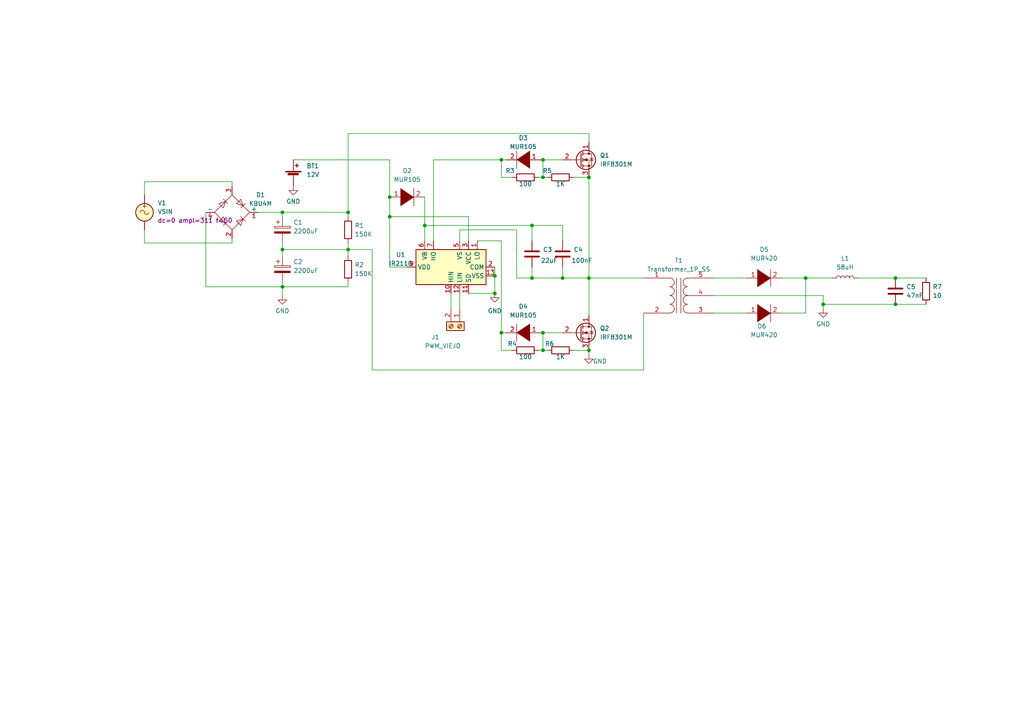
<source format=kicad_sch>
(kicad_sch
	(version 20231120)
	(generator "eeschema")
	(generator_version "8.0")
	(uuid "7f91587f-6d51-4945-81e9-95546f81be1e")
	(paper "A4")
	(lib_symbols
		(symbol "Connector:Screw_Terminal_01x02"
			(pin_names
				(offset 1.016) hide)
			(exclude_from_sim no)
			(in_bom yes)
			(on_board yes)
			(property "Reference" "J"
				(at 0 2.54 0)
				(effects
					(font
						(size 1.27 1.27)
					)
				)
			)
			(property "Value" "Screw_Terminal_01x02"
				(at 0 -5.08 0)
				(effects
					(font
						(size 1.27 1.27)
					)
				)
			)
			(property "Footprint" ""
				(at 0 0 0)
				(effects
					(font
						(size 1.27 1.27)
					)
					(hide yes)
				)
			)
			(property "Datasheet" "~"
				(at 0 0 0)
				(effects
					(font
						(size 1.27 1.27)
					)
					(hide yes)
				)
			)
			(property "Description" "Generic screw terminal, single row, 01x02, script generated (kicad-library-utils/schlib/autogen/connector/)"
				(at 0 0 0)
				(effects
					(font
						(size 1.27 1.27)
					)
					(hide yes)
				)
			)
			(property "ki_keywords" "screw terminal"
				(at 0 0 0)
				(effects
					(font
						(size 1.27 1.27)
					)
					(hide yes)
				)
			)
			(property "ki_fp_filters" "TerminalBlock*:*"
				(at 0 0 0)
				(effects
					(font
						(size 1.27 1.27)
					)
					(hide yes)
				)
			)
			(symbol "Screw_Terminal_01x02_1_1"
				(rectangle
					(start -1.27 1.27)
					(end 1.27 -3.81)
					(stroke
						(width 0.254)
						(type default)
					)
					(fill
						(type background)
					)
				)
				(circle
					(center 0 -2.54)
					(radius 0.635)
					(stroke
						(width 0.1524)
						(type default)
					)
					(fill
						(type none)
					)
				)
				(polyline
					(pts
						(xy -0.5334 -2.2098) (xy 0.3302 -3.048)
					)
					(stroke
						(width 0.1524)
						(type default)
					)
					(fill
						(type none)
					)
				)
				(polyline
					(pts
						(xy -0.5334 0.3302) (xy 0.3302 -0.508)
					)
					(stroke
						(width 0.1524)
						(type default)
					)
					(fill
						(type none)
					)
				)
				(polyline
					(pts
						(xy -0.3556 -2.032) (xy 0.508 -2.8702)
					)
					(stroke
						(width 0.1524)
						(type default)
					)
					(fill
						(type none)
					)
				)
				(polyline
					(pts
						(xy -0.3556 0.508) (xy 0.508 -0.3302)
					)
					(stroke
						(width 0.1524)
						(type default)
					)
					(fill
						(type none)
					)
				)
				(circle
					(center 0 0)
					(radius 0.635)
					(stroke
						(width 0.1524)
						(type default)
					)
					(fill
						(type none)
					)
				)
				(pin passive line
					(at -5.08 0 0)
					(length 3.81)
					(name "Pin_1"
						(effects
							(font
								(size 1.27 1.27)
							)
						)
					)
					(number "1"
						(effects
							(font
								(size 1.27 1.27)
							)
						)
					)
				)
				(pin passive line
					(at -5.08 -2.54 0)
					(length 3.81)
					(name "Pin_2"
						(effects
							(font
								(size 1.27 1.27)
							)
						)
					)
					(number "2"
						(effects
							(font
								(size 1.27 1.27)
							)
						)
					)
				)
			)
		)
		(symbol "Device:Battery_Cell"
			(pin_numbers hide)
			(pin_names
				(offset 0) hide)
			(exclude_from_sim no)
			(in_bom yes)
			(on_board yes)
			(property "Reference" "BT"
				(at 2.54 2.54 0)
				(effects
					(font
						(size 1.27 1.27)
					)
					(justify left)
				)
			)
			(property "Value" "Battery_Cell"
				(at 2.54 0 0)
				(effects
					(font
						(size 1.27 1.27)
					)
					(justify left)
				)
			)
			(property "Footprint" ""
				(at 0 1.524 90)
				(effects
					(font
						(size 1.27 1.27)
					)
					(hide yes)
				)
			)
			(property "Datasheet" "~"
				(at 0 1.524 90)
				(effects
					(font
						(size 1.27 1.27)
					)
					(hide yes)
				)
			)
			(property "Description" "Single-cell battery"
				(at 0 0 0)
				(effects
					(font
						(size 1.27 1.27)
					)
					(hide yes)
				)
			)
			(property "ki_keywords" "battery cell"
				(at 0 0 0)
				(effects
					(font
						(size 1.27 1.27)
					)
					(hide yes)
				)
			)
			(symbol "Battery_Cell_0_1"
				(rectangle
					(start -2.286 1.778)
					(end 2.286 1.524)
					(stroke
						(width 0)
						(type default)
					)
					(fill
						(type outline)
					)
				)
				(rectangle
					(start -1.5748 1.1938)
					(end 1.4732 0.6858)
					(stroke
						(width 0)
						(type default)
					)
					(fill
						(type outline)
					)
				)
				(polyline
					(pts
						(xy 0 0.762) (xy 0 0)
					)
					(stroke
						(width 0)
						(type default)
					)
					(fill
						(type none)
					)
				)
				(polyline
					(pts
						(xy 0 1.778) (xy 0 2.54)
					)
					(stroke
						(width 0)
						(type default)
					)
					(fill
						(type none)
					)
				)
				(polyline
					(pts
						(xy 0.508 3.429) (xy 1.524 3.429)
					)
					(stroke
						(width 0.254)
						(type default)
					)
					(fill
						(type none)
					)
				)
				(polyline
					(pts
						(xy 1.016 3.937) (xy 1.016 2.921)
					)
					(stroke
						(width 0.254)
						(type default)
					)
					(fill
						(type none)
					)
				)
			)
			(symbol "Battery_Cell_1_1"
				(pin passive line
					(at 0 5.08 270)
					(length 2.54)
					(name "+"
						(effects
							(font
								(size 1.27 1.27)
							)
						)
					)
					(number "1"
						(effects
							(font
								(size 1.27 1.27)
							)
						)
					)
				)
				(pin passive line
					(at 0 -2.54 90)
					(length 2.54)
					(name "-"
						(effects
							(font
								(size 1.27 1.27)
							)
						)
					)
					(number "2"
						(effects
							(font
								(size 1.27 1.27)
							)
						)
					)
				)
			)
		)
		(symbol "Device:C"
			(pin_numbers hide)
			(pin_names
				(offset 0.254)
			)
			(exclude_from_sim no)
			(in_bom yes)
			(on_board yes)
			(property "Reference" "C"
				(at 0.635 2.54 0)
				(effects
					(font
						(size 1.27 1.27)
					)
					(justify left)
				)
			)
			(property "Value" "C"
				(at 0.635 -2.54 0)
				(effects
					(font
						(size 1.27 1.27)
					)
					(justify left)
				)
			)
			(property "Footprint" ""
				(at 0.9652 -3.81 0)
				(effects
					(font
						(size 1.27 1.27)
					)
					(hide yes)
				)
			)
			(property "Datasheet" "~"
				(at 0 0 0)
				(effects
					(font
						(size 1.27 1.27)
					)
					(hide yes)
				)
			)
			(property "Description" "Unpolarized capacitor"
				(at 0 0 0)
				(effects
					(font
						(size 1.27 1.27)
					)
					(hide yes)
				)
			)
			(property "ki_keywords" "cap capacitor"
				(at 0 0 0)
				(effects
					(font
						(size 1.27 1.27)
					)
					(hide yes)
				)
			)
			(property "ki_fp_filters" "C_*"
				(at 0 0 0)
				(effects
					(font
						(size 1.27 1.27)
					)
					(hide yes)
				)
			)
			(symbol "C_0_1"
				(polyline
					(pts
						(xy -2.032 -0.762) (xy 2.032 -0.762)
					)
					(stroke
						(width 0.508)
						(type default)
					)
					(fill
						(type none)
					)
				)
				(polyline
					(pts
						(xy -2.032 0.762) (xy 2.032 0.762)
					)
					(stroke
						(width 0.508)
						(type default)
					)
					(fill
						(type none)
					)
				)
			)
			(symbol "C_1_1"
				(pin passive line
					(at 0 3.81 270)
					(length 2.794)
					(name "~"
						(effects
							(font
								(size 1.27 1.27)
							)
						)
					)
					(number "1"
						(effects
							(font
								(size 1.27 1.27)
							)
						)
					)
				)
				(pin passive line
					(at 0 -3.81 90)
					(length 2.794)
					(name "~"
						(effects
							(font
								(size 1.27 1.27)
							)
						)
					)
					(number "2"
						(effects
							(font
								(size 1.27 1.27)
							)
						)
					)
				)
			)
		)
		(symbol "Device:C_Polarized"
			(pin_numbers hide)
			(pin_names
				(offset 0.254)
			)
			(exclude_from_sim no)
			(in_bom yes)
			(on_board yes)
			(property "Reference" "C"
				(at 0.635 2.54 0)
				(effects
					(font
						(size 1.27 1.27)
					)
					(justify left)
				)
			)
			(property "Value" "C_Polarized"
				(at 0.635 -2.54 0)
				(effects
					(font
						(size 1.27 1.27)
					)
					(justify left)
				)
			)
			(property "Footprint" ""
				(at 0.9652 -3.81 0)
				(effects
					(font
						(size 1.27 1.27)
					)
					(hide yes)
				)
			)
			(property "Datasheet" "~"
				(at 0 0 0)
				(effects
					(font
						(size 1.27 1.27)
					)
					(hide yes)
				)
			)
			(property "Description" "Polarized capacitor"
				(at 0 0 0)
				(effects
					(font
						(size 1.27 1.27)
					)
					(hide yes)
				)
			)
			(property "ki_keywords" "cap capacitor"
				(at 0 0 0)
				(effects
					(font
						(size 1.27 1.27)
					)
					(hide yes)
				)
			)
			(property "ki_fp_filters" "CP_*"
				(at 0 0 0)
				(effects
					(font
						(size 1.27 1.27)
					)
					(hide yes)
				)
			)
			(symbol "C_Polarized_0_1"
				(rectangle
					(start -2.286 0.508)
					(end 2.286 1.016)
					(stroke
						(width 0)
						(type default)
					)
					(fill
						(type none)
					)
				)
				(polyline
					(pts
						(xy -1.778 2.286) (xy -0.762 2.286)
					)
					(stroke
						(width 0)
						(type default)
					)
					(fill
						(type none)
					)
				)
				(polyline
					(pts
						(xy -1.27 2.794) (xy -1.27 1.778)
					)
					(stroke
						(width 0)
						(type default)
					)
					(fill
						(type none)
					)
				)
				(rectangle
					(start 2.286 -0.508)
					(end -2.286 -1.016)
					(stroke
						(width 0)
						(type default)
					)
					(fill
						(type outline)
					)
				)
			)
			(symbol "C_Polarized_1_1"
				(pin passive line
					(at 0 3.81 270)
					(length 2.794)
					(name "~"
						(effects
							(font
								(size 1.27 1.27)
							)
						)
					)
					(number "1"
						(effects
							(font
								(size 1.27 1.27)
							)
						)
					)
				)
				(pin passive line
					(at 0 -3.81 90)
					(length 2.794)
					(name "~"
						(effects
							(font
								(size 1.27 1.27)
							)
						)
					)
					(number "2"
						(effects
							(font
								(size 1.27 1.27)
							)
						)
					)
				)
			)
		)
		(symbol "Device:L"
			(pin_numbers hide)
			(pin_names
				(offset 1.016) hide)
			(exclude_from_sim no)
			(in_bom yes)
			(on_board yes)
			(property "Reference" "L"
				(at -1.27 0 90)
				(effects
					(font
						(size 1.27 1.27)
					)
				)
			)
			(property "Value" "L"
				(at 1.905 0 90)
				(effects
					(font
						(size 1.27 1.27)
					)
				)
			)
			(property "Footprint" ""
				(at 0 0 0)
				(effects
					(font
						(size 1.27 1.27)
					)
					(hide yes)
				)
			)
			(property "Datasheet" "~"
				(at 0 0 0)
				(effects
					(font
						(size 1.27 1.27)
					)
					(hide yes)
				)
			)
			(property "Description" "Inductor"
				(at 0 0 0)
				(effects
					(font
						(size 1.27 1.27)
					)
					(hide yes)
				)
			)
			(property "ki_keywords" "inductor choke coil reactor magnetic"
				(at 0 0 0)
				(effects
					(font
						(size 1.27 1.27)
					)
					(hide yes)
				)
			)
			(property "ki_fp_filters" "Choke_* *Coil* Inductor_* L_*"
				(at 0 0 0)
				(effects
					(font
						(size 1.27 1.27)
					)
					(hide yes)
				)
			)
			(symbol "L_0_1"
				(arc
					(start 0 -2.54)
					(mid 0.6323 -1.905)
					(end 0 -1.27)
					(stroke
						(width 0)
						(type default)
					)
					(fill
						(type none)
					)
				)
				(arc
					(start 0 -1.27)
					(mid 0.6323 -0.635)
					(end 0 0)
					(stroke
						(width 0)
						(type default)
					)
					(fill
						(type none)
					)
				)
				(arc
					(start 0 0)
					(mid 0.6323 0.635)
					(end 0 1.27)
					(stroke
						(width 0)
						(type default)
					)
					(fill
						(type none)
					)
				)
				(arc
					(start 0 1.27)
					(mid 0.6323 1.905)
					(end 0 2.54)
					(stroke
						(width 0)
						(type default)
					)
					(fill
						(type none)
					)
				)
			)
			(symbol "L_1_1"
				(pin passive line
					(at 0 3.81 270)
					(length 1.27)
					(name "1"
						(effects
							(font
								(size 1.27 1.27)
							)
						)
					)
					(number "1"
						(effects
							(font
								(size 1.27 1.27)
							)
						)
					)
				)
				(pin passive line
					(at 0 -3.81 90)
					(length 1.27)
					(name "2"
						(effects
							(font
								(size 1.27 1.27)
							)
						)
					)
					(number "2"
						(effects
							(font
								(size 1.27 1.27)
							)
						)
					)
				)
			)
		)
		(symbol "Device:R"
			(pin_numbers hide)
			(pin_names
				(offset 0)
			)
			(exclude_from_sim no)
			(in_bom yes)
			(on_board yes)
			(property "Reference" "R"
				(at 2.032 0 90)
				(effects
					(font
						(size 1.27 1.27)
					)
				)
			)
			(property "Value" "R"
				(at 0 0 90)
				(effects
					(font
						(size 1.27 1.27)
					)
				)
			)
			(property "Footprint" ""
				(at -1.778 0 90)
				(effects
					(font
						(size 1.27 1.27)
					)
					(hide yes)
				)
			)
			(property "Datasheet" "~"
				(at 0 0 0)
				(effects
					(font
						(size 1.27 1.27)
					)
					(hide yes)
				)
			)
			(property "Description" "Resistor"
				(at 0 0 0)
				(effects
					(font
						(size 1.27 1.27)
					)
					(hide yes)
				)
			)
			(property "ki_keywords" "R res resistor"
				(at 0 0 0)
				(effects
					(font
						(size 1.27 1.27)
					)
					(hide yes)
				)
			)
			(property "ki_fp_filters" "R_*"
				(at 0 0 0)
				(effects
					(font
						(size 1.27 1.27)
					)
					(hide yes)
				)
			)
			(symbol "R_0_1"
				(rectangle
					(start -1.016 -2.54)
					(end 1.016 2.54)
					(stroke
						(width 0.254)
						(type default)
					)
					(fill
						(type none)
					)
				)
			)
			(symbol "R_1_1"
				(pin passive line
					(at 0 3.81 270)
					(length 1.27)
					(name "~"
						(effects
							(font
								(size 1.27 1.27)
							)
						)
					)
					(number "1"
						(effects
							(font
								(size 1.27 1.27)
							)
						)
					)
				)
				(pin passive line
					(at 0 -3.81 90)
					(length 1.27)
					(name "~"
						(effects
							(font
								(size 1.27 1.27)
							)
						)
					)
					(number "2"
						(effects
							(font
								(size 1.27 1.27)
							)
						)
					)
				)
			)
		)
		(symbol "Device:Transformer_1P_SS"
			(pin_names
				(offset 1.016) hide)
			(exclude_from_sim no)
			(in_bom yes)
			(on_board yes)
			(property "Reference" "T"
				(at 0 6.35 0)
				(effects
					(font
						(size 1.27 1.27)
					)
				)
			)
			(property "Value" "Transformer_1P_SS"
				(at 0 -7.62 0)
				(effects
					(font
						(size 1.27 1.27)
					)
				)
			)
			(property "Footprint" ""
				(at 0 0 0)
				(effects
					(font
						(size 1.27 1.27)
					)
					(hide yes)
				)
			)
			(property "Datasheet" "~"
				(at 0 0 0)
				(effects
					(font
						(size 1.27 1.27)
					)
					(hide yes)
				)
			)
			(property "Description" "Transformer, single primary, split secondary"
				(at 0 0 0)
				(effects
					(font
						(size 1.27 1.27)
					)
					(hide yes)
				)
			)
			(property "ki_keywords" "transformer coil magnet"
				(at 0 0 0)
				(effects
					(font
						(size 1.27 1.27)
					)
					(hide yes)
				)
			)
			(symbol "Transformer_1P_SS_0_1"
				(arc
					(start -2.54 -5.0546)
					(mid -1.6599 -4.6901)
					(end -1.27 -3.81)
					(stroke
						(width 0)
						(type default)
					)
					(fill
						(type none)
					)
				)
				(arc
					(start -2.54 -2.5146)
					(mid -1.6599 -2.1501)
					(end -1.27 -1.27)
					(stroke
						(width 0)
						(type default)
					)
					(fill
						(type none)
					)
				)
				(arc
					(start -2.54 0.0254)
					(mid -1.6599 0.3899)
					(end -1.27 1.27)
					(stroke
						(width 0)
						(type default)
					)
					(fill
						(type none)
					)
				)
				(arc
					(start -2.54 2.5654)
					(mid -1.6599 2.9299)
					(end -1.27 3.81)
					(stroke
						(width 0)
						(type default)
					)
					(fill
						(type none)
					)
				)
				(arc
					(start -1.27 -3.81)
					(mid -1.642 -2.912)
					(end -2.54 -2.54)
					(stroke
						(width 0)
						(type default)
					)
					(fill
						(type none)
					)
				)
				(arc
					(start -1.27 -1.27)
					(mid -1.642 -0.372)
					(end -2.54 0)
					(stroke
						(width 0)
						(type default)
					)
					(fill
						(type none)
					)
				)
				(arc
					(start -1.27 1.27)
					(mid -1.642 2.168)
					(end -2.54 2.54)
					(stroke
						(width 0)
						(type default)
					)
					(fill
						(type none)
					)
				)
				(arc
					(start -1.27 3.81)
					(mid -1.642 4.708)
					(end -2.54 5.08)
					(stroke
						(width 0)
						(type default)
					)
					(fill
						(type none)
					)
				)
				(polyline
					(pts
						(xy -0.635 5.08) (xy -0.635 -5.08)
					)
					(stroke
						(width 0)
						(type default)
					)
					(fill
						(type none)
					)
				)
				(polyline
					(pts
						(xy 0.635 -5.08) (xy 0.635 5.08)
					)
					(stroke
						(width 0)
						(type default)
					)
					(fill
						(type none)
					)
				)
				(arc
					(start 1.2954 -1.27)
					(mid 1.6599 -2.1501)
					(end 2.54 -2.5146)
					(stroke
						(width 0)
						(type default)
					)
					(fill
						(type none)
					)
				)
				(arc
					(start 1.2954 1.27)
					(mid 1.6599 0.3899)
					(end 2.54 0.0254)
					(stroke
						(width 0)
						(type default)
					)
					(fill
						(type none)
					)
				)
				(arc
					(start 1.2954 3.81)
					(mid 1.6599 2.9299)
					(end 2.54 2.5654)
					(stroke
						(width 0)
						(type default)
					)
					(fill
						(type none)
					)
				)
				(arc
					(start 1.3208 -3.81)
					(mid 1.6853 -4.6901)
					(end 2.5654 -5.0546)
					(stroke
						(width 0)
						(type default)
					)
					(fill
						(type none)
					)
				)
				(arc
					(start 2.54 0)
					(mid 1.642 -0.372)
					(end 1.2954 -1.27)
					(stroke
						(width 0)
						(type default)
					)
					(fill
						(type none)
					)
				)
				(arc
					(start 2.54 2.54)
					(mid 1.642 2.168)
					(end 1.2954 1.27)
					(stroke
						(width 0)
						(type default)
					)
					(fill
						(type none)
					)
				)
				(arc
					(start 2.54 5.08)
					(mid 1.642 4.708)
					(end 1.2954 3.81)
					(stroke
						(width 0)
						(type default)
					)
					(fill
						(type none)
					)
				)
				(arc
					(start 2.5654 -2.54)
					(mid 1.6674 -2.912)
					(end 1.3208 -3.81)
					(stroke
						(width 0)
						(type default)
					)
					(fill
						(type none)
					)
				)
			)
			(symbol "Transformer_1P_SS_1_1"
				(pin passive line
					(at -10.16 5.08 0)
					(length 7.62)
					(name "AA"
						(effects
							(font
								(size 1.27 1.27)
							)
						)
					)
					(number "1"
						(effects
							(font
								(size 1.27 1.27)
							)
						)
					)
				)
				(pin passive line
					(at -10.16 -5.08 0)
					(length 7.62)
					(name "AB"
						(effects
							(font
								(size 1.27 1.27)
							)
						)
					)
					(number "2"
						(effects
							(font
								(size 1.27 1.27)
							)
						)
					)
				)
				(pin passive line
					(at 10.16 -5.08 180)
					(length 7.62)
					(name "SA"
						(effects
							(font
								(size 1.27 1.27)
							)
						)
					)
					(number "3"
						(effects
							(font
								(size 1.27 1.27)
							)
						)
					)
				)
				(pin passive line
					(at 10.16 0 180)
					(length 7.62)
					(name "SC"
						(effects
							(font
								(size 1.27 1.27)
							)
						)
					)
					(number "4"
						(effects
							(font
								(size 1.27 1.27)
							)
						)
					)
				)
				(pin passive line
					(at 10.16 5.08 180)
					(length 7.62)
					(name "SB"
						(effects
							(font
								(size 1.27 1.27)
							)
						)
					)
					(number "5"
						(effects
							(font
								(size 1.27 1.27)
							)
						)
					)
				)
			)
		)
		(symbol "Diode_Bridge:KBU4M"
			(pin_names
				(offset 0)
			)
			(exclude_from_sim no)
			(in_bom yes)
			(on_board yes)
			(property "Reference" "D"
				(at 2.54 6.985 0)
				(effects
					(font
						(size 1.27 1.27)
					)
					(justify left)
				)
			)
			(property "Value" "KBU4M"
				(at 2.54 5.08 0)
				(effects
					(font
						(size 1.27 1.27)
					)
					(justify left)
				)
			)
			(property "Footprint" "Diode_THT:Diode_Bridge_Vishay_KBU"
				(at 3.81 3.175 0)
				(effects
					(font
						(size 1.27 1.27)
					)
					(justify left)
					(hide yes)
				)
			)
			(property "Datasheet" "http://www.vishay.com/docs/88656/kbu4.pdf"
				(at 0 0 0)
				(effects
					(font
						(size 1.27 1.27)
					)
					(hide yes)
				)
			)
			(property "Description" "Single-Phase Bridge Rectifier, 700V Vrms, 4.0A If, KBU package"
				(at 0 0 0)
				(effects
					(font
						(size 1.27 1.27)
					)
					(hide yes)
				)
			)
			(property "ki_keywords" "rectifier acdc"
				(at 0 0 0)
				(effects
					(font
						(size 1.27 1.27)
					)
					(hide yes)
				)
			)
			(property "ki_fp_filters" "Diode*Bridge*Vishay*KBU*"
				(at 0 0 0)
				(effects
					(font
						(size 1.27 1.27)
					)
					(hide yes)
				)
			)
			(symbol "KBU4M_0_1"
				(polyline
					(pts
						(xy -2.54 3.81) (xy -1.27 2.54)
					)
					(stroke
						(width 0)
						(type default)
					)
					(fill
						(type none)
					)
				)
				(polyline
					(pts
						(xy -1.27 -2.54) (xy -2.54 -3.81)
					)
					(stroke
						(width 0)
						(type default)
					)
					(fill
						(type none)
					)
				)
				(polyline
					(pts
						(xy 2.54 -1.27) (xy 3.81 -2.54)
					)
					(stroke
						(width 0)
						(type default)
					)
					(fill
						(type none)
					)
				)
				(polyline
					(pts
						(xy 2.54 1.27) (xy 3.81 2.54)
					)
					(stroke
						(width 0)
						(type default)
					)
					(fill
						(type none)
					)
				)
				(polyline
					(pts
						(xy -3.81 2.54) (xy -2.54 1.27) (xy -1.905 3.175) (xy -3.81 2.54)
					)
					(stroke
						(width 0)
						(type default)
					)
					(fill
						(type none)
					)
				)
				(polyline
					(pts
						(xy -2.54 -1.27) (xy -3.81 -2.54) (xy -1.905 -3.175) (xy -2.54 -1.27)
					)
					(stroke
						(width 0)
						(type default)
					)
					(fill
						(type none)
					)
				)
				(polyline
					(pts
						(xy 1.27 2.54) (xy 2.54 3.81) (xy 3.175 1.905) (xy 1.27 2.54)
					)
					(stroke
						(width 0)
						(type default)
					)
					(fill
						(type none)
					)
				)
				(polyline
					(pts
						(xy 3.175 -1.905) (xy 1.27 -2.54) (xy 2.54 -3.81) (xy 3.175 -1.905)
					)
					(stroke
						(width 0)
						(type default)
					)
					(fill
						(type none)
					)
				)
				(polyline
					(pts
						(xy -5.08 0) (xy 0 -5.08) (xy 5.08 0) (xy 0 5.08) (xy -5.08 0)
					)
					(stroke
						(width 0)
						(type default)
					)
					(fill
						(type none)
					)
				)
			)
			(symbol "KBU4M_1_1"
				(pin passive line
					(at 7.62 0 180)
					(length 2.54)
					(name "+"
						(effects
							(font
								(size 1.27 1.27)
							)
						)
					)
					(number "1"
						(effects
							(font
								(size 1.27 1.27)
							)
						)
					)
				)
				(pin passive line
					(at 0 -7.62 90)
					(length 2.54)
					(name "~"
						(effects
							(font
								(size 1.27 1.27)
							)
						)
					)
					(number "2"
						(effects
							(font
								(size 1.27 1.27)
							)
						)
					)
				)
				(pin passive line
					(at 0 7.62 270)
					(length 2.54)
					(name "~"
						(effects
							(font
								(size 1.27 1.27)
							)
						)
					)
					(number "3"
						(effects
							(font
								(size 1.27 1.27)
							)
						)
					)
				)
				(pin passive line
					(at -7.62 0 0)
					(length 2.54)
					(name "-"
						(effects
							(font
								(size 1.27 1.27)
							)
						)
					)
					(number "4"
						(effects
							(font
								(size 1.27 1.27)
							)
						)
					)
				)
			)
		)
		(symbol "Driver_FET:IR2110"
			(exclude_from_sim no)
			(in_bom yes)
			(on_board yes)
			(property "Reference" "U"
				(at 1.27 13.335 0)
				(effects
					(font
						(size 1.27 1.27)
					)
					(justify left)
				)
			)
			(property "Value" "IR2110"
				(at 1.27 11.43 0)
				(effects
					(font
						(size 1.27 1.27)
					)
					(justify left)
				)
			)
			(property "Footprint" "Package_DIP:DIP-14_W7.62mm"
				(at 0 0 0)
				(effects
					(font
						(size 1.27 1.27)
						(italic yes)
					)
					(hide yes)
				)
			)
			(property "Datasheet" "https://www.infineon.com/dgdl/ir2110.pdf?fileId=5546d462533600a4015355c80333167e"
				(at 0 0 0)
				(effects
					(font
						(size 1.27 1.27)
					)
					(hide yes)
				)
			)
			(property "Description" "High and Low Side Driver, 500V, 2.0/2.0A, PDIP-14"
				(at 0 0 0)
				(effects
					(font
						(size 1.27 1.27)
					)
					(hide yes)
				)
			)
			(property "ki_keywords" "Gate Driver"
				(at 0 0 0)
				(effects
					(font
						(size 1.27 1.27)
					)
					(hide yes)
				)
			)
			(property "ki_fp_filters" "DIP*W7.62mm*"
				(at 0 0 0)
				(effects
					(font
						(size 1.27 1.27)
					)
					(hide yes)
				)
			)
			(symbol "IR2110_0_1"
				(rectangle
					(start -5.08 -10.16)
					(end 5.08 10.16)
					(stroke
						(width 0.254)
						(type default)
					)
					(fill
						(type background)
					)
				)
			)
			(symbol "IR2110_1_1"
				(pin output line
					(at 7.62 -7.62 180)
					(length 2.54)
					(name "LO"
						(effects
							(font
								(size 1.27 1.27)
							)
						)
					)
					(number "1"
						(effects
							(font
								(size 1.27 1.27)
							)
						)
					)
				)
				(pin input line
					(at -7.62 0 0)
					(length 2.54)
					(name "HIN"
						(effects
							(font
								(size 1.27 1.27)
							)
						)
					)
					(number "10"
						(effects
							(font
								(size 1.27 1.27)
							)
						)
					)
				)
				(pin input line
					(at -7.62 -5.08 0)
					(length 2.54)
					(name "SD"
						(effects
							(font
								(size 1.27 1.27)
							)
						)
					)
					(number "11"
						(effects
							(font
								(size 1.27 1.27)
							)
						)
					)
				)
				(pin input line
					(at -7.62 -2.54 0)
					(length 2.54)
					(name "LIN"
						(effects
							(font
								(size 1.27 1.27)
							)
						)
					)
					(number "12"
						(effects
							(font
								(size 1.27 1.27)
							)
						)
					)
				)
				(pin power_in line
					(at -2.54 -12.7 90)
					(length 2.54)
					(name "VSS"
						(effects
							(font
								(size 1.27 1.27)
							)
						)
					)
					(number "13"
						(effects
							(font
								(size 1.27 1.27)
							)
						)
					)
				)
				(pin no_connect line
					(at -5.08 2.54 0)
					(length 2.54) hide
					(name "NC"
						(effects
							(font
								(size 1.27 1.27)
							)
						)
					)
					(number "14"
						(effects
							(font
								(size 1.27 1.27)
							)
						)
					)
				)
				(pin power_in line
					(at 0 -12.7 90)
					(length 2.54)
					(name "COM"
						(effects
							(font
								(size 1.27 1.27)
							)
						)
					)
					(number "2"
						(effects
							(font
								(size 1.27 1.27)
							)
						)
					)
				)
				(pin power_in line
					(at 7.62 -5.08 180)
					(length 2.54)
					(name "VCC"
						(effects
							(font
								(size 1.27 1.27)
							)
						)
					)
					(number "3"
						(effects
							(font
								(size 1.27 1.27)
							)
						)
					)
				)
				(pin no_connect line
					(at -5.08 7.62 0)
					(length 2.54) hide
					(name "NC"
						(effects
							(font
								(size 1.27 1.27)
							)
						)
					)
					(number "4"
						(effects
							(font
								(size 1.27 1.27)
							)
						)
					)
				)
				(pin passive line
					(at 7.62 -2.54 180)
					(length 2.54)
					(name "VS"
						(effects
							(font
								(size 1.27 1.27)
							)
						)
					)
					(number "5"
						(effects
							(font
								(size 1.27 1.27)
							)
						)
					)
				)
				(pin passive line
					(at 7.62 7.62 180)
					(length 2.54)
					(name "VB"
						(effects
							(font
								(size 1.27 1.27)
							)
						)
					)
					(number "6"
						(effects
							(font
								(size 1.27 1.27)
							)
						)
					)
				)
				(pin output line
					(at 7.62 5.08 180)
					(length 2.54)
					(name "HO"
						(effects
							(font
								(size 1.27 1.27)
							)
						)
					)
					(number "7"
						(effects
							(font
								(size 1.27 1.27)
							)
						)
					)
				)
				(pin no_connect line
					(at -5.08 5.08 0)
					(length 2.54) hide
					(name "NC"
						(effects
							(font
								(size 1.27 1.27)
							)
						)
					)
					(number "8"
						(effects
							(font
								(size 1.27 1.27)
							)
						)
					)
				)
				(pin power_in line
					(at 0 12.7 270)
					(length 2.54)
					(name "VDD"
						(effects
							(font
								(size 1.27 1.27)
							)
						)
					)
					(number "9"
						(effects
							(font
								(size 1.27 1.27)
							)
						)
					)
				)
			)
		)
		(symbol "Simulation_SPICE:VSIN"
			(pin_numbers hide)
			(pin_names
				(offset 0.0254)
			)
			(exclude_from_sim no)
			(in_bom yes)
			(on_board yes)
			(property "Reference" "V"
				(at 2.54 2.54 0)
				(effects
					(font
						(size 1.27 1.27)
					)
					(justify left)
				)
			)
			(property "Value" "VSIN"
				(at 2.54 0 0)
				(effects
					(font
						(size 1.27 1.27)
					)
					(justify left)
				)
			)
			(property "Footprint" ""
				(at 0 0 0)
				(effects
					(font
						(size 1.27 1.27)
					)
					(hide yes)
				)
			)
			(property "Datasheet" "~"
				(at 0 0 0)
				(effects
					(font
						(size 1.27 1.27)
					)
					(hide yes)
				)
			)
			(property "Description" "Voltage source, sinusoidal"
				(at 0 0 0)
				(effects
					(font
						(size 1.27 1.27)
					)
					(hide yes)
				)
			)
			(property "Spice_Netlist_Enabled" "Y"
				(at 0 0 0)
				(effects
					(font
						(size 1.27 1.27)
					)
					(justify left)
					(hide yes)
				)
			)
			(property "Spice_Primitive" "V"
				(at 0 0 0)
				(effects
					(font
						(size 1.27 1.27)
					)
					(justify left)
					(hide yes)
				)
			)
			(property "Spice_Model" "sin(0 1 1k)"
				(at 2.54 -2.54 0)
				(effects
					(font
						(size 1.27 1.27)
					)
					(justify left)
				)
			)
			(property "ki_keywords" "simulation"
				(at 0 0 0)
				(effects
					(font
						(size 1.27 1.27)
					)
					(hide yes)
				)
			)
			(symbol "VSIN_0_0"
				(arc
					(start 0 0)
					(mid -0.635 0.6323)
					(end -1.27 0)
					(stroke
						(width 0)
						(type default)
					)
					(fill
						(type none)
					)
				)
				(arc
					(start 0 0)
					(mid 0.635 -0.6323)
					(end 1.27 0)
					(stroke
						(width 0)
						(type default)
					)
					(fill
						(type none)
					)
				)
				(text "+"
					(at 0 1.905 0)
					(effects
						(font
							(size 1.27 1.27)
						)
					)
				)
			)
			(symbol "VSIN_0_1"
				(circle
					(center 0 0)
					(radius 2.54)
					(stroke
						(width 0.254)
						(type default)
					)
					(fill
						(type background)
					)
				)
			)
			(symbol "VSIN_1_1"
				(pin passive line
					(at 0 5.08 270)
					(length 2.54)
					(name "~"
						(effects
							(font
								(size 1.27 1.27)
							)
						)
					)
					(number "1"
						(effects
							(font
								(size 1.27 1.27)
							)
						)
					)
				)
				(pin passive line
					(at 0 -5.08 90)
					(length 2.54)
					(name "~"
						(effects
							(font
								(size 1.27 1.27)
							)
						)
					)
					(number "2"
						(effects
							(font
								(size 1.27 1.27)
							)
						)
					)
				)
			)
		)
		(symbol "Transistor_FET:IRF8301M"
			(pin_names hide)
			(exclude_from_sim no)
			(in_bom yes)
			(on_board yes)
			(property "Reference" "Q"
				(at 5.08 1.905 0)
				(effects
					(font
						(size 1.27 1.27)
					)
					(justify left)
				)
			)
			(property "Value" "IRF8301M"
				(at 5.08 0 0)
				(effects
					(font
						(size 1.27 1.27)
					)
					(justify left)
				)
			)
			(property "Footprint" "Package_DirectFET:DirectFET_MT"
				(at 0 0 0)
				(effects
					(font
						(size 1.27 1.27)
						(italic yes)
					)
					(hide yes)
				)
			)
			(property "Datasheet" "https://www.infineon.com/dgdl/irf8301mpbf.pdf?fileId=5546d462533600a40153560d0e7a1d58"
				(at 0 0 0)
				(effects
					(font
						(size 1.27 1.27)
					)
					(justify left)
					(hide yes)
				)
			)
			(property "Description" "34A Id, 30V Vds, 1.5mOhm Rds, N-Channel MOSFET, DirectFET MT"
				(at 0 0 0)
				(effects
					(font
						(size 1.27 1.27)
					)
					(hide yes)
				)
			)
			(property "ki_keywords" "N-Channel MOSFET"
				(at 0 0 0)
				(effects
					(font
						(size 1.27 1.27)
					)
					(hide yes)
				)
			)
			(property "ki_fp_filters" "DirectFET*MT*"
				(at 0 0 0)
				(effects
					(font
						(size 1.27 1.27)
					)
					(hide yes)
				)
			)
			(symbol "IRF8301M_0_1"
				(polyline
					(pts
						(xy 0.254 0) (xy -2.54 0)
					)
					(stroke
						(width 0)
						(type default)
					)
					(fill
						(type none)
					)
				)
				(polyline
					(pts
						(xy 0.254 1.905) (xy 0.254 -1.905)
					)
					(stroke
						(width 0.254)
						(type default)
					)
					(fill
						(type none)
					)
				)
				(polyline
					(pts
						(xy 0.762 -1.27) (xy 0.762 -2.286)
					)
					(stroke
						(width 0.254)
						(type default)
					)
					(fill
						(type none)
					)
				)
				(polyline
					(pts
						(xy 0.762 0.508) (xy 0.762 -0.508)
					)
					(stroke
						(width 0.254)
						(type default)
					)
					(fill
						(type none)
					)
				)
				(polyline
					(pts
						(xy 0.762 2.286) (xy 0.762 1.27)
					)
					(stroke
						(width 0.254)
						(type default)
					)
					(fill
						(type none)
					)
				)
				(polyline
					(pts
						(xy 2.54 2.54) (xy 2.54 1.778)
					)
					(stroke
						(width 0)
						(type default)
					)
					(fill
						(type none)
					)
				)
				(polyline
					(pts
						(xy 2.54 -2.54) (xy 2.54 0) (xy 0.762 0)
					)
					(stroke
						(width 0)
						(type default)
					)
					(fill
						(type none)
					)
				)
				(polyline
					(pts
						(xy 0.762 -1.778) (xy 3.302 -1.778) (xy 3.302 1.778) (xy 0.762 1.778)
					)
					(stroke
						(width 0)
						(type default)
					)
					(fill
						(type none)
					)
				)
				(polyline
					(pts
						(xy 1.016 0) (xy 2.032 0.381) (xy 2.032 -0.381) (xy 1.016 0)
					)
					(stroke
						(width 0)
						(type default)
					)
					(fill
						(type outline)
					)
				)
				(polyline
					(pts
						(xy 2.794 0.508) (xy 2.921 0.381) (xy 3.683 0.381) (xy 3.81 0.254)
					)
					(stroke
						(width 0)
						(type default)
					)
					(fill
						(type none)
					)
				)
				(polyline
					(pts
						(xy 3.302 0.381) (xy 2.921 -0.254) (xy 3.683 -0.254) (xy 3.302 0.381)
					)
					(stroke
						(width 0)
						(type default)
					)
					(fill
						(type none)
					)
				)
				(circle
					(center 1.651 0)
					(radius 2.794)
					(stroke
						(width 0.254)
						(type default)
					)
					(fill
						(type none)
					)
				)
				(circle
					(center 2.54 -1.778)
					(radius 0.254)
					(stroke
						(width 0)
						(type default)
					)
					(fill
						(type outline)
					)
				)
				(circle
					(center 2.54 1.778)
					(radius 0.254)
					(stroke
						(width 0)
						(type default)
					)
					(fill
						(type outline)
					)
				)
			)
			(symbol "IRF8301M_1_1"
				(pin passive line
					(at 2.54 5.08 270)
					(length 2.54)
					(name "D"
						(effects
							(font
								(size 1.27 1.27)
							)
						)
					)
					(number "1"
						(effects
							(font
								(size 1.27 1.27)
							)
						)
					)
				)
				(pin input line
					(at -5.08 0 0)
					(length 2.54)
					(name "G"
						(effects
							(font
								(size 1.27 1.27)
							)
						)
					)
					(number "2"
						(effects
							(font
								(size 1.27 1.27)
							)
						)
					)
				)
				(pin passive line
					(at 2.54 -5.08 90)
					(length 2.54)
					(name "S"
						(effects
							(font
								(size 1.27 1.27)
							)
						)
					)
					(number "3"
						(effects
							(font
								(size 1.27 1.27)
							)
						)
					)
				)
			)
		)
		(symbol "power:GND"
			(power)
			(pin_names
				(offset 0)
			)
			(exclude_from_sim no)
			(in_bom yes)
			(on_board yes)
			(property "Reference" "#PWR"
				(at 0 -6.35 0)
				(effects
					(font
						(size 1.27 1.27)
					)
					(hide yes)
				)
			)
			(property "Value" "GND"
				(at 0 -3.81 0)
				(effects
					(font
						(size 1.27 1.27)
					)
				)
			)
			(property "Footprint" ""
				(at 0 0 0)
				(effects
					(font
						(size 1.27 1.27)
					)
					(hide yes)
				)
			)
			(property "Datasheet" ""
				(at 0 0 0)
				(effects
					(font
						(size 1.27 1.27)
					)
					(hide yes)
				)
			)
			(property "Description" "Power symbol creates a global label with name \"GND\" , ground"
				(at 0 0 0)
				(effects
					(font
						(size 1.27 1.27)
					)
					(hide yes)
				)
			)
			(property "ki_keywords" "power-flag"
				(at 0 0 0)
				(effects
					(font
						(size 1.27 1.27)
					)
					(hide yes)
				)
			)
			(symbol "GND_0_1"
				(polyline
					(pts
						(xy 0 0) (xy 0 -1.27) (xy 1.27 -1.27) (xy 0 -2.54) (xy -1.27 -1.27) (xy 0 -1.27)
					)
					(stroke
						(width 0)
						(type default)
					)
					(fill
						(type none)
					)
				)
			)
			(symbol "GND_1_1"
				(pin power_in line
					(at 0 0 270)
					(length 0) hide
					(name "GND"
						(effects
							(font
								(size 1.27 1.27)
							)
						)
					)
					(number "1"
						(effects
							(font
								(size 1.27 1.27)
							)
						)
					)
				)
			)
		)
		(symbol "pspice:DIODE"
			(pin_names
				(offset 1.016) hide)
			(exclude_from_sim no)
			(in_bom yes)
			(on_board yes)
			(property "Reference" "D"
				(at 0 3.81 0)
				(effects
					(font
						(size 1.27 1.27)
					)
				)
			)
			(property "Value" "DIODE"
				(at 0 -4.445 0)
				(effects
					(font
						(size 1.27 1.27)
					)
				)
			)
			(property "Footprint" ""
				(at 0 0 0)
				(effects
					(font
						(size 1.27 1.27)
					)
					(hide yes)
				)
			)
			(property "Datasheet" "~"
				(at 0 0 0)
				(effects
					(font
						(size 1.27 1.27)
					)
					(hide yes)
				)
			)
			(property "Description" "Diode symbol for simulation only. Pin order incompatible with official kicad footprints"
				(at 0 0 0)
				(effects
					(font
						(size 1.27 1.27)
					)
					(hide yes)
				)
			)
			(property "ki_keywords" "simulation"
				(at 0 0 0)
				(effects
					(font
						(size 1.27 1.27)
					)
					(hide yes)
				)
			)
			(symbol "DIODE_0_1"
				(polyline
					(pts
						(xy 1.905 2.54) (xy 1.905 -2.54)
					)
					(stroke
						(width 0)
						(type default)
					)
					(fill
						(type none)
					)
				)
				(polyline
					(pts
						(xy -1.905 2.54) (xy -1.905 -2.54) (xy 1.905 0)
					)
					(stroke
						(width 0)
						(type default)
					)
					(fill
						(type outline)
					)
				)
			)
			(symbol "DIODE_1_1"
				(pin input line
					(at -5.08 0 0)
					(length 3.81)
					(name "K"
						(effects
							(font
								(size 1.27 1.27)
							)
						)
					)
					(number "1"
						(effects
							(font
								(size 1.27 1.27)
							)
						)
					)
				)
				(pin input line
					(at 5.08 0 180)
					(length 3.81)
					(name "A"
						(effects
							(font
								(size 1.27 1.27)
							)
						)
					)
					(number "2"
						(effects
							(font
								(size 1.27 1.27)
							)
						)
					)
				)
			)
		)
	)
	(junction
		(at 100.965 72.39)
		(diameter 0)
		(color 0 0 0 0)
		(uuid "0c544288-c2d6-4a11-be36-737af6ffc0de")
	)
	(junction
		(at 143.51 85.09)
		(diameter 0)
		(color 0 0 0 0)
		(uuid "109ffea4-9ca7-4159-a4ad-9bc37e795223")
	)
	(junction
		(at 157.48 51.435)
		(diameter 0)
		(color 0 0 0 0)
		(uuid "26972895-3361-4c3b-9ff0-01b8d68ceafa")
	)
	(junction
		(at 113.03 62.865)
		(diameter 0)
		(color 0 0 0 0)
		(uuid "2a6ad346-dcf3-417c-a334-9a7fa956a44a")
	)
	(junction
		(at 81.915 83.185)
		(diameter 0)
		(color 0 0 0 0)
		(uuid "3ae639ee-97be-4dc2-a730-e79c8fbf5030")
	)
	(junction
		(at 143.51 80.01)
		(diameter 0)
		(color 0 0 0 0)
		(uuid "58d39d86-6cf8-450b-abcb-cfe2e387c26b")
	)
	(junction
		(at 170.815 51.435)
		(diameter 0)
		(color 0 0 0 0)
		(uuid "63e6454c-b964-4dd2-b125-b2b0ff9fdbb9")
	)
	(junction
		(at 157.48 96.52)
		(diameter 0)
		(color 0 0 0 0)
		(uuid "671a0706-6a06-46d5-828f-0f8556b9f990")
	)
	(junction
		(at 157.48 46.355)
		(diameter 0)
		(color 0 0 0 0)
		(uuid "722205c1-b8cc-4dd1-92f9-74c90e3db50f")
	)
	(junction
		(at 238.76 88.265)
		(diameter 0)
		(color 0 0 0 0)
		(uuid "750706ce-ede5-4650-aed4-fed827d4fa09")
	)
	(junction
		(at 259.715 80.645)
		(diameter 0)
		(color 0 0 0 0)
		(uuid "7ba67813-b696-48d5-b437-5a5cf2532484")
	)
	(junction
		(at 259.715 88.265)
		(diameter 0)
		(color 0 0 0 0)
		(uuid "7c3447db-7c49-4d06-8f79-e16e3d0ea4c2")
	)
	(junction
		(at 145.415 96.52)
		(diameter 0)
		(color 0 0 0 0)
		(uuid "7f51e37f-ebd4-4b15-96ff-7d1b282e63e8")
	)
	(junction
		(at 81.915 61.595)
		(diameter 0)
		(color 0 0 0 0)
		(uuid "94a27621-4b05-4cfb-a77b-48e287eb6702")
	)
	(junction
		(at 163.195 80.645)
		(diameter 0)
		(color 0 0 0 0)
		(uuid "a75daafc-47e2-4f45-b0a7-e889fb2ae4ac")
	)
	(junction
		(at 81.915 72.39)
		(diameter 0)
		(color 0 0 0 0)
		(uuid "acccde8d-30f0-4fec-9b2a-e607ba6f28b4")
	)
	(junction
		(at 170.815 80.645)
		(diameter 0)
		(color 0 0 0 0)
		(uuid "b6046c85-8137-4456-a700-eada67cdb2b5")
	)
	(junction
		(at 170.815 101.6)
		(diameter 0)
		(color 0 0 0 0)
		(uuid "cd83a896-6379-42ae-9a4c-9e1a2257aac5")
	)
	(junction
		(at 154.305 65.405)
		(diameter 0)
		(color 0 0 0 0)
		(uuid "d01d884d-66a6-4988-97eb-57aecb25b784")
	)
	(junction
		(at 154.305 80.645)
		(diameter 0)
		(color 0 0 0 0)
		(uuid "da38da95-5579-4e6a-a024-dd4fa4b4fcff")
	)
	(junction
		(at 123.19 65.405)
		(diameter 0)
		(color 0 0 0 0)
		(uuid "daa19a8f-6d22-4480-bef8-2d4ced6702f4")
	)
	(junction
		(at 157.48 101.6)
		(diameter 0)
		(color 0 0 0 0)
		(uuid "e54f7052-33f2-4cab-b2d7-eeb118905737")
	)
	(junction
		(at 233.68 80.645)
		(diameter 0)
		(color 0 0 0 0)
		(uuid "eb08f50f-75a6-4ffd-b4e3-b714e23f98a8")
	)
	(junction
		(at 113.03 57.15)
		(diameter 0)
		(color 0 0 0 0)
		(uuid "f0be9520-3a1f-47a6-b5d9-1bd2586c0c46")
	)
	(junction
		(at 145.415 46.355)
		(diameter 0)
		(color 0 0 0 0)
		(uuid "f52b2765-5376-467f-9de0-465a225f5457")
	)
	(junction
		(at 100.965 61.595)
		(diameter 0)
		(color 0 0 0 0)
		(uuid "fe7214bc-013b-4526-a53d-15930c83ba3c")
	)
	(wire
		(pts
			(xy 157.48 96.52) (xy 157.48 101.6)
		)
		(stroke
			(width 0)
			(type default)
		)
		(uuid "006aa7e3-13a1-42d5-9b46-17aea7e69c6e")
	)
	(wire
		(pts
			(xy 145.415 69.85) (xy 145.415 96.52)
		)
		(stroke
			(width 0)
			(type default)
		)
		(uuid "00dd7f63-8a30-4b66-b4b9-382268344c88")
	)
	(wire
		(pts
			(xy 123.19 57.15) (xy 123.19 65.405)
		)
		(stroke
			(width 0)
			(type default)
		)
		(uuid "0179cddd-131b-4bdb-9b1a-6afe3de3ca21")
	)
	(wire
		(pts
			(xy 170.815 101.6) (xy 170.815 102.87)
		)
		(stroke
			(width 0)
			(type default)
		)
		(uuid "0375ca76-e8cd-4c71-8903-a837ac398def")
	)
	(wire
		(pts
			(xy 157.48 46.355) (xy 163.195 46.355)
		)
		(stroke
			(width 0)
			(type default)
		)
		(uuid "0379c403-67a6-4926-a087-18d787d2ef74")
	)
	(wire
		(pts
			(xy 100.965 70.485) (xy 100.965 72.39)
		)
		(stroke
			(width 0)
			(type default)
		)
		(uuid "0906c50b-fbe1-4e2d-be58-38dd9c2e4ec6")
	)
	(wire
		(pts
			(xy 154.305 80.645) (xy 163.195 80.645)
		)
		(stroke
			(width 0)
			(type default)
		)
		(uuid "09dbb1fa-0d7e-40db-8eb6-09b6e8a4c939")
	)
	(wire
		(pts
			(xy 123.19 65.405) (xy 154.305 65.405)
		)
		(stroke
			(width 0)
			(type default)
		)
		(uuid "0d97e01b-df9d-4270-b79d-e1d74795efd0")
	)
	(wire
		(pts
			(xy 107.95 72.39) (xy 107.95 107.315)
		)
		(stroke
			(width 0)
			(type default)
		)
		(uuid "0facb296-777d-4a5c-b808-cb367d5dfcb6")
	)
	(wire
		(pts
			(xy 113.03 62.865) (xy 135.89 62.865)
		)
		(stroke
			(width 0)
			(type default)
		)
		(uuid "1271f064-492b-4eb7-b05d-9c0a56a11b56")
	)
	(wire
		(pts
			(xy 100.965 72.39) (xy 107.95 72.39)
		)
		(stroke
			(width 0)
			(type default)
		)
		(uuid "143b0028-73eb-447a-a832-f42c0138d624")
	)
	(wire
		(pts
			(xy 100.965 81.915) (xy 100.965 83.185)
		)
		(stroke
			(width 0)
			(type default)
		)
		(uuid "14b547b0-6334-4a6a-a9ec-5536bd1c4330")
	)
	(wire
		(pts
			(xy 100.965 38.735) (xy 170.815 38.735)
		)
		(stroke
			(width 0)
			(type default)
		)
		(uuid "15ac153e-4618-485d-a652-7157f37129f9")
	)
	(wire
		(pts
			(xy 100.965 83.185) (xy 81.915 83.185)
		)
		(stroke
			(width 0)
			(type default)
		)
		(uuid "1e59d173-6056-4357-ba09-b8c2c373b781")
	)
	(wire
		(pts
			(xy 148.59 51.435) (xy 145.415 51.435)
		)
		(stroke
			(width 0)
			(type default)
		)
		(uuid "212654d5-d875-4714-8f11-ef3272a730ff")
	)
	(wire
		(pts
			(xy 107.95 107.315) (xy 186.69 107.315)
		)
		(stroke
			(width 0)
			(type default)
		)
		(uuid "27391878-f47f-4a58-be64-5ba450e16ed0")
	)
	(wire
		(pts
			(xy 157.48 51.435) (xy 158.75 51.435)
		)
		(stroke
			(width 0)
			(type default)
		)
		(uuid "2ce70ef5-4c0f-4cfc-8c32-11d9dddb10d2")
	)
	(wire
		(pts
			(xy 41.91 52.705) (xy 67.31 52.705)
		)
		(stroke
			(width 0)
			(type default)
		)
		(uuid "34186511-22f5-4a8e-8bdf-2ceb6aba7b8d")
	)
	(wire
		(pts
			(xy 156.845 46.355) (xy 157.48 46.355)
		)
		(stroke
			(width 0)
			(type default)
		)
		(uuid "354413f2-1fd7-41d2-9464-6f24155bd396")
	)
	(wire
		(pts
			(xy 154.305 65.405) (xy 154.305 69.85)
		)
		(stroke
			(width 0)
			(type default)
		)
		(uuid "37c7acc7-bf85-4537-a6bd-eea84ad7a7c4")
	)
	(wire
		(pts
			(xy 125.73 69.85) (xy 125.73 46.355)
		)
		(stroke
			(width 0)
			(type default)
		)
		(uuid "38ba3958-67c0-4e61-885d-55920b688577")
	)
	(wire
		(pts
			(xy 81.915 72.39) (xy 100.965 72.39)
		)
		(stroke
			(width 0)
			(type default)
		)
		(uuid "38d4d3f0-7757-469f-bacd-43bc7d3c8ef3")
	)
	(wire
		(pts
			(xy 59.69 83.185) (xy 81.915 83.185)
		)
		(stroke
			(width 0)
			(type default)
		)
		(uuid "39100b8c-f603-4214-ad1c-2fc292f30647")
	)
	(wire
		(pts
			(xy 259.715 88.265) (xy 268.605 88.265)
		)
		(stroke
			(width 0)
			(type default)
		)
		(uuid "3c657952-daf0-44e7-a360-7f5585087f4d")
	)
	(wire
		(pts
			(xy 207.01 90.805) (xy 216.535 90.805)
		)
		(stroke
			(width 0)
			(type default)
		)
		(uuid "3d084fa8-4806-4bcb-ad63-280de39b0052")
	)
	(wire
		(pts
			(xy 100.965 61.595) (xy 100.965 62.865)
		)
		(stroke
			(width 0)
			(type default)
		)
		(uuid "3ebd5b1a-5636-4e56-835e-eb0cbbd0768a")
	)
	(wire
		(pts
			(xy 157.48 46.355) (xy 157.48 51.435)
		)
		(stroke
			(width 0)
			(type default)
		)
		(uuid "41df7f3f-b91b-46f8-9d38-16c1b6fae1f5")
	)
	(wire
		(pts
			(xy 166.37 51.435) (xy 170.815 51.435)
		)
		(stroke
			(width 0)
			(type default)
		)
		(uuid "444be798-e051-4abd-9b07-ed01f424cffe")
	)
	(wire
		(pts
			(xy 149.86 66.675) (xy 149.86 80.645)
		)
		(stroke
			(width 0)
			(type default)
		)
		(uuid "49098a8b-a241-42be-b038-390cef96a188")
	)
	(wire
		(pts
			(xy 226.695 90.805) (xy 233.68 90.805)
		)
		(stroke
			(width 0)
			(type default)
		)
		(uuid "4a4bf1e7-a5fa-4a03-aef8-fb647e456d2b")
	)
	(wire
		(pts
			(xy 135.89 62.865) (xy 135.89 69.85)
		)
		(stroke
			(width 0)
			(type default)
		)
		(uuid "4aeb8880-2957-4c7e-9276-fe0933203a3b")
	)
	(wire
		(pts
			(xy 226.695 80.645) (xy 233.68 80.645)
		)
		(stroke
			(width 0)
			(type default)
		)
		(uuid "4bd90b7a-2404-41ab-bcc3-17a4667505d8")
	)
	(wire
		(pts
			(xy 170.815 51.435) (xy 170.815 80.645)
		)
		(stroke
			(width 0)
			(type default)
		)
		(uuid "4c458398-e5a9-4a36-806a-d286d11033aa")
	)
	(wire
		(pts
			(xy 145.415 101.6) (xy 145.415 96.52)
		)
		(stroke
			(width 0)
			(type default)
		)
		(uuid "51f5c032-9043-4930-b80f-468ed2ea3eca")
	)
	(wire
		(pts
			(xy 207.01 85.725) (xy 238.76 85.725)
		)
		(stroke
			(width 0)
			(type default)
		)
		(uuid "55420488-8b13-4274-9111-f034bc5ec38e")
	)
	(wire
		(pts
			(xy 259.715 80.645) (xy 268.605 80.645)
		)
		(stroke
			(width 0)
			(type default)
		)
		(uuid "5848b888-f4cc-4bb0-9cba-faacc152ae2a")
	)
	(wire
		(pts
			(xy 238.76 88.265) (xy 259.715 88.265)
		)
		(stroke
			(width 0)
			(type default)
		)
		(uuid "59d7b21b-f3b5-48fb-b365-4617b472fa16")
	)
	(wire
		(pts
			(xy 170.815 80.645) (xy 186.69 80.645)
		)
		(stroke
			(width 0)
			(type default)
		)
		(uuid "5b7f41e8-481e-40c4-bc3e-6ebd1fe0158d")
	)
	(wire
		(pts
			(xy 81.915 72.39) (xy 81.915 74.295)
		)
		(stroke
			(width 0)
			(type default)
		)
		(uuid "5f94993d-5c31-4496-8006-80c21fac9496")
	)
	(wire
		(pts
			(xy 85.09 46.355) (xy 113.03 46.355)
		)
		(stroke
			(width 0)
			(type default)
		)
		(uuid "685f4272-1895-4a56-b1ed-798c5e23036e")
	)
	(wire
		(pts
			(xy 143.51 77.47) (xy 143.51 80.01)
		)
		(stroke
			(width 0)
			(type default)
		)
		(uuid "6878f6ea-60ca-409c-8b03-9b4206b8ba43")
	)
	(wire
		(pts
			(xy 166.37 101.6) (xy 170.815 101.6)
		)
		(stroke
			(width 0)
			(type default)
		)
		(uuid "6996274d-1fc0-4c47-9c37-d923f6dba34e")
	)
	(wire
		(pts
			(xy 130.81 85.09) (xy 130.81 89.535)
		)
		(stroke
			(width 0)
			(type default)
		)
		(uuid "6b08e6e5-9dd5-4b3f-9a13-fc2d27deba71")
	)
	(wire
		(pts
			(xy 67.31 52.705) (xy 67.31 53.975)
		)
		(stroke
			(width 0)
			(type default)
		)
		(uuid "73264093-b7e1-4ebc-9589-2db2c104602e")
	)
	(wire
		(pts
			(xy 81.915 83.185) (xy 81.915 81.915)
		)
		(stroke
			(width 0)
			(type default)
		)
		(uuid "76e05d39-7c41-49f0-bd95-79c3d3d7a8c4")
	)
	(wire
		(pts
			(xy 81.915 61.595) (xy 100.965 61.595)
		)
		(stroke
			(width 0)
			(type default)
		)
		(uuid "7bebba99-c7d0-4811-9e98-a0a94b6c4b97")
	)
	(wire
		(pts
			(xy 74.93 61.595) (xy 81.915 61.595)
		)
		(stroke
			(width 0)
			(type default)
		)
		(uuid "7d96df62-8cd4-470c-baad-45e5a789f286")
	)
	(wire
		(pts
			(xy 145.415 46.355) (xy 146.685 46.355)
		)
		(stroke
			(width 0)
			(type default)
		)
		(uuid "7f37e286-daa5-42cb-b9a0-32035be52618")
	)
	(wire
		(pts
			(xy 100.965 72.39) (xy 100.965 74.295)
		)
		(stroke
			(width 0)
			(type default)
		)
		(uuid "87c15c36-1cba-4039-9e21-78b6216ec888")
	)
	(wire
		(pts
			(xy 233.68 80.645) (xy 241.3 80.645)
		)
		(stroke
			(width 0)
			(type default)
		)
		(uuid "89b2a7fb-f30f-41ae-9a50-e7555077128e")
	)
	(wire
		(pts
			(xy 145.415 51.435) (xy 145.415 46.355)
		)
		(stroke
			(width 0)
			(type default)
		)
		(uuid "92846de2-fb31-43b1-ab4d-4c9d974c9670")
	)
	(wire
		(pts
			(xy 157.48 101.6) (xy 158.75 101.6)
		)
		(stroke
			(width 0)
			(type default)
		)
		(uuid "965a0653-7f6f-4b39-840e-e41e3f09122e")
	)
	(wire
		(pts
			(xy 148.59 101.6) (xy 145.415 101.6)
		)
		(stroke
			(width 0)
			(type default)
		)
		(uuid "9a2f4eff-069c-46af-a3ea-1273f96c81b6")
	)
	(wire
		(pts
			(xy 248.92 80.645) (xy 259.715 80.645)
		)
		(stroke
			(width 0)
			(type default)
		)
		(uuid "9f54e3fb-cfb7-4aa0-8168-34d880d46b1b")
	)
	(wire
		(pts
			(xy 207.01 80.645) (xy 216.535 80.645)
		)
		(stroke
			(width 0)
			(type default)
		)
		(uuid "a1db376b-10ea-42ef-bcee-0c6c88031015")
	)
	(wire
		(pts
			(xy 238.76 88.265) (xy 238.76 89.535)
		)
		(stroke
			(width 0)
			(type default)
		)
		(uuid "a9ae083f-9be7-42c9-8b5f-090940714ab3")
	)
	(wire
		(pts
			(xy 156.21 51.435) (xy 157.48 51.435)
		)
		(stroke
			(width 0)
			(type default)
		)
		(uuid "aba9a60c-529b-4fe3-bed8-efb4ed2f092c")
	)
	(wire
		(pts
			(xy 133.35 66.675) (xy 149.86 66.675)
		)
		(stroke
			(width 0)
			(type default)
		)
		(uuid "b0a41dc0-2da5-4287-9485-744f69df6cfa")
	)
	(wire
		(pts
			(xy 145.415 96.52) (xy 146.685 96.52)
		)
		(stroke
			(width 0)
			(type default)
		)
		(uuid "b159c76f-a428-4c51-a6ff-a45d70ca1b30")
	)
	(wire
		(pts
			(xy 163.195 77.47) (xy 163.195 80.645)
		)
		(stroke
			(width 0)
			(type default)
		)
		(uuid "bba97e23-feac-4ea5-9ef9-0d7aab695739")
	)
	(wire
		(pts
			(xy 157.48 96.52) (xy 163.195 96.52)
		)
		(stroke
			(width 0)
			(type default)
		)
		(uuid "c5a96d75-f7dd-46b7-a19c-78417fc9b43a")
	)
	(wire
		(pts
			(xy 170.815 38.735) (xy 170.815 41.275)
		)
		(stroke
			(width 0)
			(type default)
		)
		(uuid "c70cbb45-4606-4e2a-8e71-cd90610ba817")
	)
	(wire
		(pts
			(xy 125.73 46.355) (xy 145.415 46.355)
		)
		(stroke
			(width 0)
			(type default)
		)
		(uuid "c9da23e8-d015-4a1f-9e7a-d989dab97bd1")
	)
	(wire
		(pts
			(xy 233.68 80.645) (xy 233.68 90.805)
		)
		(stroke
			(width 0)
			(type default)
		)
		(uuid "ca1678ab-b320-4321-886c-698a39ee5bfb")
	)
	(wire
		(pts
			(xy 154.305 77.47) (xy 154.305 80.645)
		)
		(stroke
			(width 0)
			(type default)
		)
		(uuid "cab082f7-ac2a-4c11-9c0d-0378d9ac88ce")
	)
	(wire
		(pts
			(xy 81.915 83.185) (xy 81.915 85.725)
		)
		(stroke
			(width 0)
			(type default)
		)
		(uuid "cce377e1-0397-43b8-b2aa-2b107ff93449")
	)
	(wire
		(pts
			(xy 156.845 96.52) (xy 157.48 96.52)
		)
		(stroke
			(width 0)
			(type default)
		)
		(uuid "cf70266a-9abc-4a9d-bf74-f5ae6d3a5aaf")
	)
	(wire
		(pts
			(xy 154.305 65.405) (xy 163.195 65.405)
		)
		(stroke
			(width 0)
			(type default)
		)
		(uuid "d042516b-ad53-4a59-aac6-0043b742eefd")
	)
	(wire
		(pts
			(xy 113.03 62.865) (xy 113.03 77.47)
		)
		(stroke
			(width 0)
			(type default)
		)
		(uuid "d167eb82-e584-4300-95ab-dacaf98adbca")
	)
	(wire
		(pts
			(xy 238.76 85.725) (xy 238.76 88.265)
		)
		(stroke
			(width 0)
			(type default)
		)
		(uuid "d181830c-03cd-4338-9c95-00f3a7f33e10")
	)
	(wire
		(pts
			(xy 41.91 66.675) (xy 41.91 70.485)
		)
		(stroke
			(width 0)
			(type default)
		)
		(uuid "d2848000-f57a-4aaf-a622-f8a4c4ed850a")
	)
	(wire
		(pts
			(xy 113.03 46.355) (xy 113.03 57.15)
		)
		(stroke
			(width 0)
			(type default)
		)
		(uuid "d4cd8680-e9c5-4f77-9513-d98c618f5a38")
	)
	(wire
		(pts
			(xy 163.195 65.405) (xy 163.195 69.85)
		)
		(stroke
			(width 0)
			(type default)
		)
		(uuid "d8096219-3cd0-4253-93e5-439cc8e9189f")
	)
	(wire
		(pts
			(xy 81.915 70.485) (xy 81.915 72.39)
		)
		(stroke
			(width 0)
			(type default)
		)
		(uuid "db3e13f3-2895-4b72-8222-e47843bed821")
	)
	(wire
		(pts
			(xy 59.69 61.595) (xy 59.69 83.185)
		)
		(stroke
			(width 0)
			(type default)
		)
		(uuid "dd48f458-be96-4113-a3cf-bc97f4a074bb")
	)
	(wire
		(pts
			(xy 41.91 70.485) (xy 67.31 70.485)
		)
		(stroke
			(width 0)
			(type default)
		)
		(uuid "e1c863ee-7731-4cd4-95d6-89deab7a3159")
	)
	(wire
		(pts
			(xy 156.21 101.6) (xy 157.48 101.6)
		)
		(stroke
			(width 0)
			(type default)
		)
		(uuid "e2bde820-792f-4847-8981-bbb6ed143517")
	)
	(wire
		(pts
			(xy 135.89 85.09) (xy 143.51 85.09)
		)
		(stroke
			(width 0)
			(type default)
		)
		(uuid "e3ec447d-d203-46d6-b0bd-2730cf40f4bc")
	)
	(wire
		(pts
			(xy 149.86 80.645) (xy 154.305 80.645)
		)
		(stroke
			(width 0)
			(type default)
		)
		(uuid "e4b88c9b-a01d-4318-908a-c9d8e02de021")
	)
	(wire
		(pts
			(xy 100.965 61.595) (xy 100.965 38.735)
		)
		(stroke
			(width 0)
			(type default)
		)
		(uuid "e4ea7042-e549-4c36-b011-ce61c369a335")
	)
	(wire
		(pts
			(xy 163.195 80.645) (xy 170.815 80.645)
		)
		(stroke
			(width 0)
			(type default)
		)
		(uuid "e7a4d0d8-e5b4-4192-b184-2226dc7a9b3b")
	)
	(wire
		(pts
			(xy 123.19 65.405) (xy 123.19 69.85)
		)
		(stroke
			(width 0)
			(type default)
		)
		(uuid "e7cd83fd-4322-4f5a-931a-2acca2110553")
	)
	(wire
		(pts
			(xy 113.03 57.15) (xy 113.03 62.865)
		)
		(stroke
			(width 0)
			(type default)
		)
		(uuid "e88f3707-2c68-4be4-bcbf-ba3fd57b8c45")
	)
	(wire
		(pts
			(xy 143.51 85.09) (xy 143.51 80.01)
		)
		(stroke
			(width 0)
			(type default)
		)
		(uuid "f121c003-a183-42ab-ab38-3e90e25f3831")
	)
	(wire
		(pts
			(xy 170.815 80.645) (xy 170.815 91.44)
		)
		(stroke
			(width 0)
			(type default)
		)
		(uuid "f21e3f35-58ff-4edf-9045-888c8e0a1d2e")
	)
	(wire
		(pts
			(xy 81.915 61.595) (xy 81.915 62.865)
		)
		(stroke
			(width 0)
			(type default)
		)
		(uuid "f2a49b3d-b1a7-42f7-a63b-b56859154c41")
	)
	(wire
		(pts
			(xy 41.91 56.515) (xy 41.91 52.705)
		)
		(stroke
			(width 0)
			(type default)
		)
		(uuid "f4de5202-e1e4-4a45-b85e-294345433131")
	)
	(wire
		(pts
			(xy 133.35 69.85) (xy 133.35 66.675)
		)
		(stroke
			(width 0)
			(type default)
		)
		(uuid "f65d106b-5a0c-4b03-98a7-ee782ef1356c")
	)
	(wire
		(pts
			(xy 186.69 107.315) (xy 186.69 90.805)
		)
		(stroke
			(width 0)
			(type default)
		)
		(uuid "f6ea9d8d-b277-4a1a-8044-3914e41d0501")
	)
	(wire
		(pts
			(xy 133.35 85.09) (xy 133.35 89.535)
		)
		(stroke
			(width 0)
			(type default)
		)
		(uuid "f9c12fe2-700f-4a5a-a17a-30fe605bce8a")
	)
	(wire
		(pts
			(xy 138.43 69.85) (xy 145.415 69.85)
		)
		(stroke
			(width 0)
			(type default)
		)
		(uuid "fa0f712e-40ae-4c49-bbbb-694d671c48d3")
	)
	(wire
		(pts
			(xy 67.31 70.485) (xy 67.31 69.215)
		)
		(stroke
			(width 0)
			(type default)
		)
		(uuid "fbb9e2a0-1675-4b30-88b7-b8d8ad5aeb56")
	)
	(wire
		(pts
			(xy 113.03 77.47) (xy 118.11 77.47)
		)
		(stroke
			(width 0)
			(type default)
		)
		(uuid "feb13888-e4bf-4203-b04c-b4e8da74b1ea")
	)
	(symbol
		(lib_id "pspice:DIODE")
		(at 151.765 96.52 180)
		(unit 1)
		(exclude_from_sim no)
		(in_bom yes)
		(on_board yes)
		(dnp no)
		(fields_autoplaced yes)
		(uuid "070a9a9a-814a-4722-ab31-289a385df33b")
		(property "Reference" "D4"
			(at 151.765 88.9 0)
			(effects
				(font
					(size 1.27 1.27)
				)
			)
		)
		(property "Value" "MUR105"
			(at 151.765 91.44 0)
			(effects
				(font
					(size 1.27 1.27)
				)
			)
		)
		(property "Footprint" ""
			(at 151.765 96.52 0)
			(effects
				(font
					(size 1.27 1.27)
				)
				(hide yes)
			)
		)
		(property "Datasheet" "~"
			(at 151.765 96.52 0)
			(effects
				(font
					(size 1.27 1.27)
				)
				(hide yes)
			)
		)
		(property "Description" ""
			(at 151.765 96.52 0)
			(effects
				(font
					(size 1.27 1.27)
				)
				(hide yes)
			)
		)
		(pin "1"
			(uuid "8b4a84fe-7ba1-484f-8e8b-0939c63c355f")
		)
		(pin "2"
			(uuid "5be8bf30-d15d-4736-8b70-994d278c411a")
		)
		(instances
			(project ""
				(path "/7f91587f-6d51-4945-81e9-95546f81be1e"
					(reference "D4")
					(unit 1)
				)
			)
		)
	)
	(symbol
		(lib_id "pspice:DIODE")
		(at 221.615 90.805 0)
		(unit 1)
		(exclude_from_sim no)
		(in_bom yes)
		(on_board yes)
		(dnp no)
		(uuid "1403f828-10df-475d-9470-9fe72e394626")
		(property "Reference" "D6"
			(at 220.98 94.615 0)
			(effects
				(font
					(size 1.27 1.27)
				)
			)
		)
		(property "Value" "MUR420"
			(at 221.615 97.155 0)
			(effects
				(font
					(size 1.27 1.27)
				)
			)
		)
		(property "Footprint" ""
			(at 221.615 90.805 0)
			(effects
				(font
					(size 1.27 1.27)
				)
				(hide yes)
			)
		)
		(property "Datasheet" "~"
			(at 221.615 90.805 0)
			(effects
				(font
					(size 1.27 1.27)
				)
				(hide yes)
			)
		)
		(property "Description" ""
			(at 221.615 90.805 0)
			(effects
				(font
					(size 1.27 1.27)
				)
				(hide yes)
			)
		)
		(pin "1"
			(uuid "6e80a432-f276-4e2c-96cc-5bb8e7e2189c")
		)
		(pin "2"
			(uuid "0c3c195f-ea57-4613-b58c-a2ba6a042002")
		)
		(instances
			(project ""
				(path "/7f91587f-6d51-4945-81e9-95546f81be1e"
					(reference "D6")
					(unit 1)
				)
			)
		)
	)
	(symbol
		(lib_id "pspice:DIODE")
		(at 151.765 46.355 180)
		(unit 1)
		(exclude_from_sim no)
		(in_bom yes)
		(on_board yes)
		(dnp no)
		(uuid "143fb055-95ad-4281-85a5-e9cbde9ee9ad")
		(property "Reference" "D3"
			(at 151.765 40.005 0)
			(effects
				(font
					(size 1.27 1.27)
				)
			)
		)
		(property "Value" "MUR105"
			(at 151.765 42.545 0)
			(effects
				(font
					(size 1.27 1.27)
				)
			)
		)
		(property "Footprint" ""
			(at 151.765 46.355 0)
			(effects
				(font
					(size 1.27 1.27)
				)
				(hide yes)
			)
		)
		(property "Datasheet" "~"
			(at 151.765 46.355 0)
			(effects
				(font
					(size 1.27 1.27)
				)
				(hide yes)
			)
		)
		(property "Description" ""
			(at 151.765 46.355 0)
			(effects
				(font
					(size 1.27 1.27)
				)
				(hide yes)
			)
		)
		(pin "1"
			(uuid "627ea9d3-d05e-4440-851c-2c7553f66407")
		)
		(pin "2"
			(uuid "b4f10138-9f42-4b4e-a044-28d761684097")
		)
		(instances
			(project ""
				(path "/7f91587f-6d51-4945-81e9-95546f81be1e"
					(reference "D3")
					(unit 1)
				)
			)
		)
	)
	(symbol
		(lib_id "Transistor_FET:IRF8301M")
		(at 168.275 46.355 0)
		(unit 1)
		(exclude_from_sim no)
		(in_bom yes)
		(on_board yes)
		(dnp no)
		(fields_autoplaced yes)
		(uuid "15153e95-7ed7-4aa1-8d31-249bd871e6b1")
		(property "Reference" "Q1"
			(at 173.99 45.0849 0)
			(effects
				(font
					(size 1.27 1.27)
				)
				(justify left)
			)
		)
		(property "Value" "IRF8301M"
			(at 173.99 47.6249 0)
			(effects
				(font
					(size 1.27 1.27)
				)
				(justify left)
			)
		)
		(property "Footprint" "Package_DirectFET:DirectFET_MT"
			(at 168.275 46.355 0)
			(effects
				(font
					(size 1.27 1.27)
					(italic yes)
				)
				(hide yes)
			)
		)
		(property "Datasheet" "https://www.infineon.com/dgdl/irf8301mpbf.pdf?fileId=5546d462533600a40153560d0e7a1d58"
			(at 168.275 46.355 0)
			(effects
				(font
					(size 1.27 1.27)
				)
				(justify left)
				(hide yes)
			)
		)
		(property "Description" ""
			(at 168.275 46.355 0)
			(effects
				(font
					(size 1.27 1.27)
				)
				(hide yes)
			)
		)
		(pin "1"
			(uuid "e85de4a6-678b-44cb-99d2-e93539edcc0a")
		)
		(pin "2"
			(uuid "6e5e9699-d7f8-4d9c-a6b4-4fbed7370956")
		)
		(pin "3"
			(uuid "2740b039-5ee0-45a3-b6a4-2bd0e0165d26")
		)
		(instances
			(project ""
				(path "/7f91587f-6d51-4945-81e9-95546f81be1e"
					(reference "Q1")
					(unit 1)
				)
			)
		)
	)
	(symbol
		(lib_id "Device:C_Polarized")
		(at 81.915 78.105 0)
		(unit 1)
		(exclude_from_sim no)
		(in_bom yes)
		(on_board yes)
		(dnp no)
		(fields_autoplaced yes)
		(uuid "15a40a69-5446-4e5b-8206-d143f38c9757")
		(property "Reference" "C2"
			(at 85.09 75.9459 0)
			(effects
				(font
					(size 1.27 1.27)
				)
				(justify left)
			)
		)
		(property "Value" "2200uF"
			(at 85.09 78.4859 0)
			(effects
				(font
					(size 1.27 1.27)
				)
				(justify left)
			)
		)
		(property "Footprint" ""
			(at 82.8802 81.915 0)
			(effects
				(font
					(size 1.27 1.27)
				)
				(hide yes)
			)
		)
		(property "Datasheet" "~"
			(at 81.915 78.105 0)
			(effects
				(font
					(size 1.27 1.27)
				)
				(hide yes)
			)
		)
		(property "Description" ""
			(at 81.915 78.105 0)
			(effects
				(font
					(size 1.27 1.27)
				)
				(hide yes)
			)
		)
		(pin "1"
			(uuid "b7405831-6ccf-4e8d-98a8-a78c96ecc03a")
		)
		(pin "2"
			(uuid "3f341def-3d8d-4348-ba21-12e2cf306e88")
		)
		(instances
			(project ""
				(path "/7f91587f-6d51-4945-81e9-95546f81be1e"
					(reference "C2")
					(unit 1)
				)
			)
		)
	)
	(symbol
		(lib_id "Device:C")
		(at 163.195 73.66 0)
		(unit 1)
		(exclude_from_sim no)
		(in_bom yes)
		(on_board yes)
		(dnp no)
		(uuid "165cb127-5451-4bff-8e8a-5884097786fc")
		(property "Reference" "C4"
			(at 166.37 72.3899 0)
			(effects
				(font
					(size 1.27 1.27)
				)
				(justify left)
			)
		)
		(property "Value" "100nF"
			(at 165.735 75.565 0)
			(effects
				(font
					(size 1.27 1.27)
				)
				(justify left)
			)
		)
		(property "Footprint" ""
			(at 164.1602 77.47 0)
			(effects
				(font
					(size 1.27 1.27)
				)
				(hide yes)
			)
		)
		(property "Datasheet" "~"
			(at 163.195 73.66 0)
			(effects
				(font
					(size 1.27 1.27)
				)
				(hide yes)
			)
		)
		(property "Description" ""
			(at 163.195 73.66 0)
			(effects
				(font
					(size 1.27 1.27)
				)
				(hide yes)
			)
		)
		(pin "1"
			(uuid "ffbc49f7-0aa7-4f06-a36a-4d42805aeafb")
		)
		(pin "2"
			(uuid "ec4534ad-79c3-46c0-bc9b-03c7aabd1f94")
		)
		(instances
			(project ""
				(path "/7f91587f-6d51-4945-81e9-95546f81be1e"
					(reference "C4")
					(unit 1)
				)
			)
		)
	)
	(symbol
		(lib_id "Device:C")
		(at 154.305 73.66 0)
		(unit 1)
		(exclude_from_sim no)
		(in_bom yes)
		(on_board yes)
		(dnp no)
		(uuid "20c5534a-3d55-456c-b4f9-c096a9c34af6")
		(property "Reference" "C3"
			(at 157.48 72.3899 0)
			(effects
				(font
					(size 1.27 1.27)
				)
				(justify left)
			)
		)
		(property "Value" "22uF"
			(at 156.845 75.565 0)
			(effects
				(font
					(size 1.27 1.27)
				)
				(justify left)
			)
		)
		(property "Footprint" ""
			(at 155.2702 77.47 0)
			(effects
				(font
					(size 1.27 1.27)
				)
				(hide yes)
			)
		)
		(property "Datasheet" "~"
			(at 154.305 73.66 0)
			(effects
				(font
					(size 1.27 1.27)
				)
				(hide yes)
			)
		)
		(property "Description" ""
			(at 154.305 73.66 0)
			(effects
				(font
					(size 1.27 1.27)
				)
				(hide yes)
			)
		)
		(pin "1"
			(uuid "c8e6848e-4a62-4cc9-bde4-417502dba995")
		)
		(pin "2"
			(uuid "ab1f6112-d9e9-4926-96d1-089faa45ec56")
		)
		(instances
			(project ""
				(path "/7f91587f-6d51-4945-81e9-95546f81be1e"
					(reference "C3")
					(unit 1)
				)
			)
		)
	)
	(symbol
		(lib_id "Transistor_FET:IRF8301M")
		(at 168.275 96.52 0)
		(unit 1)
		(exclude_from_sim no)
		(in_bom yes)
		(on_board yes)
		(dnp no)
		(fields_autoplaced yes)
		(uuid "24c5efa6-d36a-465e-bfd8-a91b0d591191")
		(property "Reference" "Q2"
			(at 173.99 95.2499 0)
			(effects
				(font
					(size 1.27 1.27)
				)
				(justify left)
			)
		)
		(property "Value" "IRF8301M"
			(at 173.99 97.7899 0)
			(effects
				(font
					(size 1.27 1.27)
				)
				(justify left)
			)
		)
		(property "Footprint" "Package_DirectFET:DirectFET_MT"
			(at 168.275 96.52 0)
			(effects
				(font
					(size 1.27 1.27)
					(italic yes)
				)
				(hide yes)
			)
		)
		(property "Datasheet" "https://www.infineon.com/dgdl/irf8301mpbf.pdf?fileId=5546d462533600a40153560d0e7a1d58"
			(at 168.275 96.52 0)
			(effects
				(font
					(size 1.27 1.27)
				)
				(justify left)
				(hide yes)
			)
		)
		(property "Description" ""
			(at 168.275 96.52 0)
			(effects
				(font
					(size 1.27 1.27)
				)
				(hide yes)
			)
		)
		(pin "1"
			(uuid "0abe0813-d556-4966-89d9-c937e71998b0")
		)
		(pin "2"
			(uuid "b53b1da0-aee6-4a41-9004-7c11cec51506")
		)
		(pin "3"
			(uuid "e13703a4-1448-413a-a58b-6a5c1fab945e")
		)
		(instances
			(project ""
				(path "/7f91587f-6d51-4945-81e9-95546f81be1e"
					(reference "Q2")
					(unit 1)
				)
			)
		)
	)
	(symbol
		(lib_id "Device:R")
		(at 100.965 66.675 0)
		(unit 1)
		(exclude_from_sim no)
		(in_bom yes)
		(on_board yes)
		(dnp no)
		(fields_autoplaced yes)
		(uuid "4f9be7dd-b68f-44b9-86b0-e3c366ff514b")
		(property "Reference" "R1"
			(at 102.87 65.4049 0)
			(effects
				(font
					(size 1.27 1.27)
				)
				(justify left)
			)
		)
		(property "Value" "150K"
			(at 102.87 67.9449 0)
			(effects
				(font
					(size 1.27 1.27)
				)
				(justify left)
			)
		)
		(property "Footprint" ""
			(at 99.187 66.675 90)
			(effects
				(font
					(size 1.27 1.27)
				)
				(hide yes)
			)
		)
		(property "Datasheet" "~"
			(at 100.965 66.675 0)
			(effects
				(font
					(size 1.27 1.27)
				)
				(hide yes)
			)
		)
		(property "Description" ""
			(at 100.965 66.675 0)
			(effects
				(font
					(size 1.27 1.27)
				)
				(hide yes)
			)
		)
		(pin "1"
			(uuid "126844fe-e6a6-4f9a-8ff1-123a05f0da5a")
		)
		(pin "2"
			(uuid "520478ee-0b29-495d-a473-17220fd310a4")
		)
		(instances
			(project ""
				(path "/7f91587f-6d51-4945-81e9-95546f81be1e"
					(reference "R1")
					(unit 1)
				)
			)
		)
	)
	(symbol
		(lib_id "Device:R")
		(at 100.965 78.105 0)
		(unit 1)
		(exclude_from_sim no)
		(in_bom yes)
		(on_board yes)
		(dnp no)
		(fields_autoplaced yes)
		(uuid "4fd801bc-9fd4-459f-b131-42f76907f848")
		(property "Reference" "R2"
			(at 102.87 76.8349 0)
			(effects
				(font
					(size 1.27 1.27)
				)
				(justify left)
			)
		)
		(property "Value" "150K"
			(at 102.87 79.3749 0)
			(effects
				(font
					(size 1.27 1.27)
				)
				(justify left)
			)
		)
		(property "Footprint" ""
			(at 99.187 78.105 90)
			(effects
				(font
					(size 1.27 1.27)
				)
				(hide yes)
			)
		)
		(property "Datasheet" "~"
			(at 100.965 78.105 0)
			(effects
				(font
					(size 1.27 1.27)
				)
				(hide yes)
			)
		)
		(property "Description" ""
			(at 100.965 78.105 0)
			(effects
				(font
					(size 1.27 1.27)
				)
				(hide yes)
			)
		)
		(pin "1"
			(uuid "197b1de6-df8f-4588-980c-4dde164c6277")
		)
		(pin "2"
			(uuid "468e0721-2eb7-4232-89e5-9ad20ac7cbed")
		)
		(instances
			(project ""
				(path "/7f91587f-6d51-4945-81e9-95546f81be1e"
					(reference "R2")
					(unit 1)
				)
			)
		)
	)
	(symbol
		(lib_id "pspice:DIODE")
		(at 118.11 57.15 0)
		(unit 1)
		(exclude_from_sim no)
		(in_bom yes)
		(on_board yes)
		(dnp no)
		(fields_autoplaced yes)
		(uuid "55e5bb52-2d1e-4e1d-af60-45804e97aec6")
		(property "Reference" "D2"
			(at 118.11 49.53 0)
			(effects
				(font
					(size 1.27 1.27)
				)
			)
		)
		(property "Value" "MUR105"
			(at 118.11 52.07 0)
			(effects
				(font
					(size 1.27 1.27)
				)
			)
		)
		(property "Footprint" ""
			(at 118.11 57.15 0)
			(effects
				(font
					(size 1.27 1.27)
				)
				(hide yes)
			)
		)
		(property "Datasheet" "~"
			(at 118.11 57.15 0)
			(effects
				(font
					(size 1.27 1.27)
				)
				(hide yes)
			)
		)
		(property "Description" ""
			(at 118.11 57.15 0)
			(effects
				(font
					(size 1.27 1.27)
				)
				(hide yes)
			)
		)
		(pin "1"
			(uuid "1aad8178-fe06-4cae-bf81-6931e0e83fa1")
		)
		(pin "2"
			(uuid "1ee8c879-d4d6-48c7-944e-891469279772")
		)
		(instances
			(project ""
				(path "/7f91587f-6d51-4945-81e9-95546f81be1e"
					(reference "D2")
					(unit 1)
				)
			)
		)
	)
	(symbol
		(lib_id "power:GND")
		(at 170.815 102.87 0)
		(unit 1)
		(exclude_from_sim no)
		(in_bom yes)
		(on_board yes)
		(dnp no)
		(uuid "5e76f91a-0a3b-4781-abbf-69d836243061")
		(property "Reference" "#PWR04"
			(at 170.815 109.22 0)
			(effects
				(font
					(size 1.27 1.27)
				)
				(hide yes)
			)
		)
		(property "Value" "GND"
			(at 173.99 104.775 0)
			(effects
				(font
					(size 1.27 1.27)
				)
			)
		)
		(property "Footprint" ""
			(at 170.815 102.87 0)
			(effects
				(font
					(size 1.27 1.27)
				)
				(hide yes)
			)
		)
		(property "Datasheet" ""
			(at 170.815 102.87 0)
			(effects
				(font
					(size 1.27 1.27)
				)
				(hide yes)
			)
		)
		(property "Description" ""
			(at 170.815 102.87 0)
			(effects
				(font
					(size 1.27 1.27)
				)
				(hide yes)
			)
		)
		(pin "1"
			(uuid "f08e3fac-d361-47b6-928f-38e4d98979d7")
		)
		(instances
			(project ""
				(path "/7f91587f-6d51-4945-81e9-95546f81be1e"
					(reference "#PWR04")
					(unit 1)
				)
			)
		)
	)
	(symbol
		(lib_id "power:GND")
		(at 238.76 89.535 0)
		(unit 1)
		(exclude_from_sim no)
		(in_bom yes)
		(on_board yes)
		(dnp no)
		(fields_autoplaced yes)
		(uuid "65c2ae5e-8551-487b-9c3c-e60cca529fa3")
		(property "Reference" "#PWR05"
			(at 238.76 95.885 0)
			(effects
				(font
					(size 1.27 1.27)
				)
				(hide yes)
			)
		)
		(property "Value" "GND"
			(at 238.76 93.98 0)
			(effects
				(font
					(size 1.27 1.27)
				)
			)
		)
		(property "Footprint" ""
			(at 238.76 89.535 0)
			(effects
				(font
					(size 1.27 1.27)
				)
				(hide yes)
			)
		)
		(property "Datasheet" ""
			(at 238.76 89.535 0)
			(effects
				(font
					(size 1.27 1.27)
				)
				(hide yes)
			)
		)
		(property "Description" ""
			(at 238.76 89.535 0)
			(effects
				(font
					(size 1.27 1.27)
				)
				(hide yes)
			)
		)
		(pin "1"
			(uuid "83bd6d96-0d4b-4e3d-8768-7a5f2180402f")
		)
		(instances
			(project ""
				(path "/7f91587f-6d51-4945-81e9-95546f81be1e"
					(reference "#PWR05")
					(unit 1)
				)
			)
		)
	)
	(symbol
		(lib_id "Device:R")
		(at 152.4 101.6 90)
		(unit 1)
		(exclude_from_sim no)
		(in_bom yes)
		(on_board yes)
		(dnp no)
		(uuid "8238b773-3f02-43e0-8495-7365a291c7e2")
		(property "Reference" "R4"
			(at 148.59 99.695 90)
			(effects
				(font
					(size 1.27 1.27)
				)
			)
		)
		(property "Value" "100"
			(at 152.4 103.505 90)
			(effects
				(font
					(size 1.27 1.27)
				)
			)
		)
		(property "Footprint" ""
			(at 152.4 103.378 90)
			(effects
				(font
					(size 1.27 1.27)
				)
				(hide yes)
			)
		)
		(property "Datasheet" "~"
			(at 152.4 101.6 0)
			(effects
				(font
					(size 1.27 1.27)
				)
				(hide yes)
			)
		)
		(property "Description" ""
			(at 152.4 101.6 0)
			(effects
				(font
					(size 1.27 1.27)
				)
				(hide yes)
			)
		)
		(pin "1"
			(uuid "4608a919-b85d-4ce7-a5a1-3f41d8bbfa6f")
		)
		(pin "2"
			(uuid "dead2372-67ce-44ac-a916-bd425efe733a")
		)
		(instances
			(project ""
				(path "/7f91587f-6d51-4945-81e9-95546f81be1e"
					(reference "R4")
					(unit 1)
				)
			)
		)
	)
	(symbol
		(lib_id "Device:R")
		(at 152.4 51.435 90)
		(unit 1)
		(exclude_from_sim no)
		(in_bom yes)
		(on_board yes)
		(dnp no)
		(uuid "8796d67e-fd59-4d92-813b-d3a25d43d64a")
		(property "Reference" "R3"
			(at 147.955 49.53 90)
			(effects
				(font
					(size 1.27 1.27)
				)
			)
		)
		(property "Value" "100"
			(at 152.4 53.34 90)
			(effects
				(font
					(size 1.27 1.27)
				)
			)
		)
		(property "Footprint" ""
			(at 152.4 53.213 90)
			(effects
				(font
					(size 1.27 1.27)
				)
				(hide yes)
			)
		)
		(property "Datasheet" "~"
			(at 152.4 51.435 0)
			(effects
				(font
					(size 1.27 1.27)
				)
				(hide yes)
			)
		)
		(property "Description" ""
			(at 152.4 51.435 0)
			(effects
				(font
					(size 1.27 1.27)
				)
				(hide yes)
			)
		)
		(pin "1"
			(uuid "22912e66-e651-4e32-b381-57ec37b8a343")
		)
		(pin "2"
			(uuid "fbaf5886-d01d-41af-95ac-e23043e3e490")
		)
		(instances
			(project ""
				(path "/7f91587f-6d51-4945-81e9-95546f81be1e"
					(reference "R3")
					(unit 1)
				)
			)
		)
	)
	(symbol
		(lib_id "Diode_Bridge:KBU4M")
		(at 67.31 61.595 0)
		(unit 1)
		(exclude_from_sim no)
		(in_bom yes)
		(on_board yes)
		(dnp no)
		(uuid "a0f8b0a0-df58-4613-9742-ee58dc4bf0a2")
		(property "Reference" "D1"
			(at 75.565 56.515 0)
			(effects
				(font
					(size 1.27 1.27)
				)
			)
		)
		(property "Value" "KBU4M"
			(at 75.565 59.055 0)
			(effects
				(font
					(size 1.27 1.27)
				)
			)
		)
		(property "Footprint" "Diode_THT:Diode_Bridge_Vishay_KBU"
			(at 71.12 58.42 0)
			(effects
				(font
					(size 1.27 1.27)
				)
				(justify left)
				(hide yes)
			)
		)
		(property "Datasheet" "http://www.vishay.com/docs/88656/kbu4.pdf"
			(at 67.31 61.595 0)
			(effects
				(font
					(size 1.27 1.27)
				)
				(hide yes)
			)
		)
		(property "Description" ""
			(at 67.31 61.595 0)
			(effects
				(font
					(size 1.27 1.27)
				)
				(hide yes)
			)
		)
		(pin "1"
			(uuid "de5ac22d-dda8-45ad-8de8-10e24074e1f2")
		)
		(pin "2"
			(uuid "604c88fa-1f60-488d-a9db-38e91f9bfd63")
		)
		(pin "3"
			(uuid "83d7baf9-4c5e-4c8e-a752-288d1067a0fe")
		)
		(pin "4"
			(uuid "92f56cf6-437f-46d8-bde7-41a691f67f3f")
		)
		(instances
			(project ""
				(path "/7f91587f-6d51-4945-81e9-95546f81be1e"
					(reference "D1")
					(unit 1)
				)
			)
		)
	)
	(symbol
		(lib_id "Device:Transformer_1P_SS")
		(at 196.85 85.725 0)
		(unit 1)
		(exclude_from_sim no)
		(in_bom yes)
		(on_board yes)
		(dnp no)
		(fields_autoplaced yes)
		(uuid "a409da4e-dc5d-4903-b5a1-ddd17e4e575d")
		(property "Reference" "T1"
			(at 196.8627 75.565 0)
			(effects
				(font
					(size 1.27 1.27)
				)
			)
		)
		(property "Value" "Transformer_1P_SS"
			(at 196.8627 78.105 0)
			(effects
				(font
					(size 1.27 1.27)
				)
			)
		)
		(property "Footprint" ""
			(at 196.85 85.725 0)
			(effects
				(font
					(size 1.27 1.27)
				)
				(hide yes)
			)
		)
		(property "Datasheet" "~"
			(at 196.85 85.725 0)
			(effects
				(font
					(size 1.27 1.27)
				)
				(hide yes)
			)
		)
		(property "Description" ""
			(at 196.85 85.725 0)
			(effects
				(font
					(size 1.27 1.27)
				)
				(hide yes)
			)
		)
		(pin "1"
			(uuid "53ee1825-004d-43fe-b104-46054d02d10f")
		)
		(pin "2"
			(uuid "cb393fa5-e1ae-40e5-aac0-674fa2e9d709")
		)
		(pin "3"
			(uuid "ce8e469d-4c43-4ec4-aa19-03552e5d2839")
		)
		(pin "4"
			(uuid "51a59672-8778-4a62-8613-dcc75013e35e")
		)
		(pin "5"
			(uuid "7baf998f-6ba8-4398-9d63-77ff312adfb6")
		)
		(instances
			(project ""
				(path "/7f91587f-6d51-4945-81e9-95546f81be1e"
					(reference "T1")
					(unit 1)
				)
			)
		)
	)
	(symbol
		(lib_id "power:GND")
		(at 85.09 53.975 0)
		(unit 1)
		(exclude_from_sim no)
		(in_bom yes)
		(on_board yes)
		(dnp no)
		(fields_autoplaced yes)
		(uuid "aacdec8e-a9bd-4cc7-b93a-f1733e1ba551")
		(property "Reference" "#PWR02"
			(at 85.09 60.325 0)
			(effects
				(font
					(size 1.27 1.27)
				)
				(hide yes)
			)
		)
		(property "Value" "GND"
			(at 85.09 58.42 0)
			(effects
				(font
					(size 1.27 1.27)
				)
			)
		)
		(property "Footprint" ""
			(at 85.09 53.975 0)
			(effects
				(font
					(size 1.27 1.27)
				)
				(hide yes)
			)
		)
		(property "Datasheet" ""
			(at 85.09 53.975 0)
			(effects
				(font
					(size 1.27 1.27)
				)
				(hide yes)
			)
		)
		(property "Description" ""
			(at 85.09 53.975 0)
			(effects
				(font
					(size 1.27 1.27)
				)
				(hide yes)
			)
		)
		(pin "1"
			(uuid "c4e0477a-8e1d-4a1b-a253-c650b3fb83d2")
		)
		(instances
			(project ""
				(path "/7f91587f-6d51-4945-81e9-95546f81be1e"
					(reference "#PWR02")
					(unit 1)
				)
			)
		)
	)
	(symbol
		(lib_id "Device:R")
		(at 268.605 84.455 0)
		(unit 1)
		(exclude_from_sim no)
		(in_bom yes)
		(on_board yes)
		(dnp no)
		(fields_autoplaced yes)
		(uuid "bb35c017-6cea-4413-b316-40c812539a89")
		(property "Reference" "R7"
			(at 270.51 83.1849 0)
			(effects
				(font
					(size 1.27 1.27)
				)
				(justify left)
			)
		)
		(property "Value" "10"
			(at 270.51 85.7249 0)
			(effects
				(font
					(size 1.27 1.27)
				)
				(justify left)
			)
		)
		(property "Footprint" ""
			(at 266.827 84.455 90)
			(effects
				(font
					(size 1.27 1.27)
				)
				(hide yes)
			)
		)
		(property "Datasheet" "~"
			(at 268.605 84.455 0)
			(effects
				(font
					(size 1.27 1.27)
				)
				(hide yes)
			)
		)
		(property "Description" ""
			(at 268.605 84.455 0)
			(effects
				(font
					(size 1.27 1.27)
				)
				(hide yes)
			)
		)
		(pin "1"
			(uuid "0fda5d37-5a93-4534-99b8-5520123035d1")
		)
		(pin "2"
			(uuid "e9940793-31b8-4b6d-83a3-f923be1b146f")
		)
		(instances
			(project ""
				(path "/7f91587f-6d51-4945-81e9-95546f81be1e"
					(reference "R7")
					(unit 1)
				)
			)
		)
	)
	(symbol
		(lib_id "Device:C_Polarized")
		(at 81.915 66.675 0)
		(unit 1)
		(exclude_from_sim no)
		(in_bom yes)
		(on_board yes)
		(dnp no)
		(fields_autoplaced yes)
		(uuid "bba1cfad-1fa5-4468-9ea5-7a0119e9e2f2")
		(property "Reference" "C1"
			(at 85.09 64.5159 0)
			(effects
				(font
					(size 1.27 1.27)
				)
				(justify left)
			)
		)
		(property "Value" "2200uF"
			(at 85.09 67.0559 0)
			(effects
				(font
					(size 1.27 1.27)
				)
				(justify left)
			)
		)
		(property "Footprint" ""
			(at 82.8802 70.485 0)
			(effects
				(font
					(size 1.27 1.27)
				)
				(hide yes)
			)
		)
		(property "Datasheet" "~"
			(at 81.915 66.675 0)
			(effects
				(font
					(size 1.27 1.27)
				)
				(hide yes)
			)
		)
		(property "Description" ""
			(at 81.915 66.675 0)
			(effects
				(font
					(size 1.27 1.27)
				)
				(hide yes)
			)
		)
		(pin "1"
			(uuid "d773f480-d9fd-4ed8-b407-32366590f94f")
		)
		(pin "2"
			(uuid "1ce487f3-1439-49f8-9e98-96b03d3c65d4")
		)
		(instances
			(project ""
				(path "/7f91587f-6d51-4945-81e9-95546f81be1e"
					(reference "C1")
					(unit 1)
				)
			)
		)
	)
	(symbol
		(lib_id "power:GND")
		(at 143.51 85.09 0)
		(unit 1)
		(exclude_from_sim no)
		(in_bom yes)
		(on_board yes)
		(dnp no)
		(fields_autoplaced yes)
		(uuid "bc14a003-917f-4ad1-a8a8-81d37bc33db6")
		(property "Reference" "#PWR03"
			(at 143.51 91.44 0)
			(effects
				(font
					(size 1.27 1.27)
				)
				(hide yes)
			)
		)
		(property "Value" "GND"
			(at 143.51 90.17 0)
			(effects
				(font
					(size 1.27 1.27)
				)
			)
		)
		(property "Footprint" ""
			(at 143.51 85.09 0)
			(effects
				(font
					(size 1.27 1.27)
				)
				(hide yes)
			)
		)
		(property "Datasheet" ""
			(at 143.51 85.09 0)
			(effects
				(font
					(size 1.27 1.27)
				)
				(hide yes)
			)
		)
		(property "Description" ""
			(at 143.51 85.09 0)
			(effects
				(font
					(size 1.27 1.27)
				)
				(hide yes)
			)
		)
		(pin "1"
			(uuid "9a8cff26-85d6-4943-bfc0-18637ec14a91")
		)
		(instances
			(project ""
				(path "/7f91587f-6d51-4945-81e9-95546f81be1e"
					(reference "#PWR03")
					(unit 1)
				)
			)
		)
	)
	(symbol
		(lib_id "Device:Battery_Cell")
		(at 85.09 51.435 0)
		(unit 1)
		(exclude_from_sim no)
		(in_bom yes)
		(on_board yes)
		(dnp no)
		(fields_autoplaced yes)
		(uuid "c0f4849a-9d0c-4983-b5e6-9d04d8516b2a")
		(property "Reference" "BT1"
			(at 88.9 48.1329 0)
			(effects
				(font
					(size 1.27 1.27)
				)
				(justify left)
			)
		)
		(property "Value" "12V"
			(at 88.9 50.6729 0)
			(effects
				(font
					(size 1.27 1.27)
				)
				(justify left)
			)
		)
		(property "Footprint" ""
			(at 85.09 49.911 90)
			(effects
				(font
					(size 1.27 1.27)
				)
				(hide yes)
			)
		)
		(property "Datasheet" "~"
			(at 85.09 49.911 90)
			(effects
				(font
					(size 1.27 1.27)
				)
				(hide yes)
			)
		)
		(property "Description" ""
			(at 85.09 51.435 0)
			(effects
				(font
					(size 1.27 1.27)
				)
				(hide yes)
			)
		)
		(pin "1"
			(uuid "ebcb93e0-d38d-43dd-a0a4-3e40f75c162f")
		)
		(pin "2"
			(uuid "e67ab83b-0b55-4bcb-aaab-876dedc5388d")
		)
		(instances
			(project ""
				(path "/7f91587f-6d51-4945-81e9-95546f81be1e"
					(reference "BT1")
					(unit 1)
				)
			)
		)
	)
	(symbol
		(lib_id "Device:R")
		(at 162.56 51.435 90)
		(unit 1)
		(exclude_from_sim no)
		(in_bom yes)
		(on_board yes)
		(dnp no)
		(uuid "c3113851-5508-48e7-90c7-b0b4e601ef90")
		(property "Reference" "R5"
			(at 158.75 49.53 90)
			(effects
				(font
					(size 1.27 1.27)
				)
			)
		)
		(property "Value" "1K"
			(at 162.56 53.34 90)
			(effects
				(font
					(size 1.27 1.27)
				)
			)
		)
		(property "Footprint" ""
			(at 162.56 53.213 90)
			(effects
				(font
					(size 1.27 1.27)
				)
				(hide yes)
			)
		)
		(property "Datasheet" "~"
			(at 162.56 51.435 0)
			(effects
				(font
					(size 1.27 1.27)
				)
				(hide yes)
			)
		)
		(property "Description" ""
			(at 162.56 51.435 0)
			(effects
				(font
					(size 1.27 1.27)
				)
				(hide yes)
			)
		)
		(pin "1"
			(uuid "53fb43f2-f2a1-4a9d-b4c9-7be23c1e60f9")
		)
		(pin "2"
			(uuid "8bed14ee-e083-41e1-9119-a08488febf96")
		)
		(instances
			(project ""
				(path "/7f91587f-6d51-4945-81e9-95546f81be1e"
					(reference "R5")
					(unit 1)
				)
			)
		)
	)
	(symbol
		(lib_id "power:GND")
		(at 81.915 85.725 0)
		(unit 1)
		(exclude_from_sim no)
		(in_bom yes)
		(on_board yes)
		(dnp no)
		(fields_autoplaced yes)
		(uuid "d59e0db3-a7ce-45bb-b33f-abbde8ecad62")
		(property "Reference" "#PWR01"
			(at 81.915 92.075 0)
			(effects
				(font
					(size 1.27 1.27)
				)
				(hide yes)
			)
		)
		(property "Value" "GND"
			(at 81.915 90.17 0)
			(effects
				(font
					(size 1.27 1.27)
				)
			)
		)
		(property "Footprint" ""
			(at 81.915 85.725 0)
			(effects
				(font
					(size 1.27 1.27)
				)
				(hide yes)
			)
		)
		(property "Datasheet" ""
			(at 81.915 85.725 0)
			(effects
				(font
					(size 1.27 1.27)
				)
				(hide yes)
			)
		)
		(property "Description" ""
			(at 81.915 85.725 0)
			(effects
				(font
					(size 1.27 1.27)
				)
				(hide yes)
			)
		)
		(pin "1"
			(uuid "7feb45df-1ce0-4712-b202-0d883cc2edbe")
		)
		(instances
			(project ""
				(path "/7f91587f-6d51-4945-81e9-95546f81be1e"
					(reference "#PWR01")
					(unit 1)
				)
			)
		)
	)
	(symbol
		(lib_id "Simulation_SPICE:VSIN")
		(at 41.91 61.595 0)
		(unit 1)
		(exclude_from_sim no)
		(in_bom yes)
		(on_board yes)
		(dnp no)
		(fields_autoplaced yes)
		(uuid "e2616659-c6e1-4745-b632-f75504987780")
		(property "Reference" "V1"
			(at 45.72 58.8651 0)
			(effects
				(font
					(size 1.27 1.27)
				)
				(justify left)
			)
		)
		(property "Value" "VSIN"
			(at 45.72 61.4051 0)
			(effects
				(font
					(size 1.27 1.27)
				)
				(justify left)
			)
		)
		(property "Footprint" ""
			(at 41.91 61.595 0)
			(effects
				(font
					(size 1.27 1.27)
				)
				(hide yes)
			)
		)
		(property "Datasheet" "~"
			(at 41.91 61.595 0)
			(effects
				(font
					(size 1.27 1.27)
				)
				(hide yes)
			)
		)
		(property "Description" ""
			(at 41.91 61.595 0)
			(effects
				(font
					(size 1.27 1.27)
				)
				(hide yes)
			)
		)
		(property "Sim.Device" "V"
			(at 41.91 61.595 0)
			(effects
				(font
					(size 1.27 1.27)
				)
				(justify left)
				(hide yes)
			)
		)
		(property "Sim.Type" "SIN"
			(at 0 0 0)
			(effects
				(font
					(size 1.27 1.27)
				)
				(hide yes)
			)
		)
		(property "Sim.Params" "dc=0 ampl=311 f=50"
			(at 45.72 63.9451 0)
			(effects
				(font
					(size 1.27 1.27)
				)
				(justify left)
			)
		)
		(property "Sim.Pins" "1=+ 2=-"
			(at 0 0 0)
			(effects
				(font
					(size 1.27 1.27)
				)
				(hide yes)
			)
		)
		(pin "1"
			(uuid "481247bb-bfb3-4680-af17-29b697c5bbaa")
		)
		(pin "2"
			(uuid "162439e4-4bd7-4559-8079-16b441efb70e")
		)
		(instances
			(project ""
				(path "/7f91587f-6d51-4945-81e9-95546f81be1e"
					(reference "V1")
					(unit 1)
				)
			)
		)
	)
	(symbol
		(lib_id "Driver_FET:IR2110")
		(at 130.81 77.47 90)
		(unit 1)
		(exclude_from_sim no)
		(in_bom yes)
		(on_board yes)
		(dnp no)
		(fields_autoplaced yes)
		(uuid "e4217997-b764-4c81-a7ec-db8b5c36c50d")
		(property "Reference" "U1"
			(at 116.205 73.8886 90)
			(effects
				(font
					(size 1.27 1.27)
				)
			)
		)
		(property "Value" "IR2110"
			(at 116.205 76.4286 90)
			(effects
				(font
					(size 1.27 1.27)
				)
			)
		)
		(property "Footprint" "Package_DIP:DIP-14_W7.62mm"
			(at 130.81 77.47 0)
			(effects
				(font
					(size 1.27 1.27)
					(italic yes)
				)
				(hide yes)
			)
		)
		(property "Datasheet" "https://www.infineon.com/dgdl/ir2110.pdf?fileId=5546d462533600a4015355c80333167e"
			(at 130.81 77.47 0)
			(effects
				(font
					(size 1.27 1.27)
				)
				(hide yes)
			)
		)
		(property "Description" ""
			(at 130.81 77.47 0)
			(effects
				(font
					(size 1.27 1.27)
				)
				(hide yes)
			)
		)
		(pin "1"
			(uuid "1d12532d-8e9f-4be9-ab94-9126318f461c")
		)
		(pin "10"
			(uuid "47523d63-16df-426c-bc75-04328678c221")
		)
		(pin "11"
			(uuid "2913ff32-1756-4f55-971c-61fe9148e9df")
		)
		(pin "12"
			(uuid "fa9f4fb7-6efe-4f49-a3a7-7b7f7b29329f")
		)
		(pin "13"
			(uuid "c460ad0c-6c2d-4695-8770-427edd5cef27")
		)
		(pin "14"
			(uuid "3b33c140-f14a-4d72-a2bf-a216f8d5fa9d")
		)
		(pin "2"
			(uuid "64a8bb1e-7706-43f4-9dba-b634a1f8c33e")
		)
		(pin "3"
			(uuid "f399506e-0d16-4263-95fa-2494d544b270")
		)
		(pin "4"
			(uuid "9e64fd37-b804-4eae-8fdf-d6c1bdb26061")
		)
		(pin "5"
			(uuid "1c281365-b56b-4a3b-9e74-a677ff3f0c88")
		)
		(pin "6"
			(uuid "6af5e0da-9a9d-4a0e-bcea-2363e668915b")
		)
		(pin "7"
			(uuid "74f69a00-89ef-4b62-9c94-d323fe329717")
		)
		(pin "8"
			(uuid "b8ecd514-1eed-4fab-b5f1-576aba71e79d")
		)
		(pin "9"
			(uuid "50988a86-d8f1-4afb-be8a-978805113a07")
		)
		(instances
			(project ""
				(path "/7f91587f-6d51-4945-81e9-95546f81be1e"
					(reference "U1")
					(unit 1)
				)
			)
		)
	)
	(symbol
		(lib_id "Connector:Screw_Terminal_01x02")
		(at 133.35 94.615 270)
		(unit 1)
		(exclude_from_sim no)
		(in_bom yes)
		(on_board yes)
		(dnp no)
		(uuid "e4240bcf-7624-47d8-b867-e7a56b8fce2a")
		(property "Reference" "J1"
			(at 125.095 97.79 90)
			(effects
				(font
					(size 1.27 1.27)
				)
				(justify left)
			)
		)
		(property "Value" "PWM_VIEJO"
			(at 123.19 100.33 90)
			(effects
				(font
					(size 1.27 1.27)
				)
				(justify left)
			)
		)
		(property "Footprint" ""
			(at 133.35 94.615 0)
			(effects
				(font
					(size 1.27 1.27)
				)
				(hide yes)
			)
		)
		(property "Datasheet" "~"
			(at 133.35 94.615 0)
			(effects
				(font
					(size 1.27 1.27)
				)
				(hide yes)
			)
		)
		(property "Description" ""
			(at 133.35 94.615 0)
			(effects
				(font
					(size 1.27 1.27)
				)
				(hide yes)
			)
		)
		(pin "1"
			(uuid "c121ea43-3346-4877-9b26-d431d8299773")
		)
		(pin "2"
			(uuid "a5e8730e-6f20-4981-bd73-b2cc3c644901")
		)
		(instances
			(project ""
				(path "/7f91587f-6d51-4945-81e9-95546f81be1e"
					(reference "J1")
					(unit 1)
				)
			)
		)
	)
	(symbol
		(lib_id "Device:L")
		(at 245.11 80.645 90)
		(unit 1)
		(exclude_from_sim no)
		(in_bom yes)
		(on_board yes)
		(dnp no)
		(fields_autoplaced yes)
		(uuid "ea0d70f5-b0ab-4446-9dc0-375b222dd191")
		(property "Reference" "L1"
			(at 245.11 74.93 90)
			(effects
				(font
					(size 1.27 1.27)
				)
			)
		)
		(property "Value" "58uH"
			(at 245.11 77.47 90)
			(effects
				(font
					(size 1.27 1.27)
				)
			)
		)
		(property "Footprint" ""
			(at 245.11 80.645 0)
			(effects
				(font
					(size 1.27 1.27)
				)
				(hide yes)
			)
		)
		(property "Datasheet" "~"
			(at 245.11 80.645 0)
			(effects
				(font
					(size 1.27 1.27)
				)
				(hide yes)
			)
		)
		(property "Description" ""
			(at 245.11 80.645 0)
			(effects
				(font
					(size 1.27 1.27)
				)
				(hide yes)
			)
		)
		(pin "1"
			(uuid "2ef2547e-c99b-46d0-996e-9b4363e23b0b")
		)
		(pin "2"
			(uuid "22a4bc1b-edb5-419c-b760-46abc0b8c857")
		)
		(instances
			(project ""
				(path "/7f91587f-6d51-4945-81e9-95546f81be1e"
					(reference "L1")
					(unit 1)
				)
			)
		)
	)
	(symbol
		(lib_id "Device:C")
		(at 259.715 84.455 0)
		(unit 1)
		(exclude_from_sim no)
		(in_bom yes)
		(on_board yes)
		(dnp no)
		(fields_autoplaced yes)
		(uuid "eb5e996c-2b98-4f27-ac5e-b04c66f8b7e9")
		(property "Reference" "C5"
			(at 262.89 83.1849 0)
			(effects
				(font
					(size 1.27 1.27)
				)
				(justify left)
			)
		)
		(property "Value" "47nF"
			(at 262.89 85.7249 0)
			(effects
				(font
					(size 1.27 1.27)
				)
				(justify left)
			)
		)
		(property "Footprint" ""
			(at 260.6802 88.265 0)
			(effects
				(font
					(size 1.27 1.27)
				)
				(hide yes)
			)
		)
		(property "Datasheet" "~"
			(at 259.715 84.455 0)
			(effects
				(font
					(size 1.27 1.27)
				)
				(hide yes)
			)
		)
		(property "Description" ""
			(at 259.715 84.455 0)
			(effects
				(font
					(size 1.27 1.27)
				)
				(hide yes)
			)
		)
		(pin "1"
			(uuid "2a38df35-72bd-445e-9f96-83d548a20044")
		)
		(pin "2"
			(uuid "3e645a92-faa4-4784-bf05-dfede24268e3")
		)
		(instances
			(project ""
				(path "/7f91587f-6d51-4945-81e9-95546f81be1e"
					(reference "C5")
					(unit 1)
				)
			)
		)
	)
	(symbol
		(lib_id "Device:R")
		(at 162.56 101.6 90)
		(unit 1)
		(exclude_from_sim no)
		(in_bom yes)
		(on_board yes)
		(dnp no)
		(uuid "ec065fe2-dee3-41c7-84b2-9fb99eb4986f")
		(property "Reference" "R6"
			(at 159.385 99.695 90)
			(effects
				(font
					(size 1.27 1.27)
				)
			)
		)
		(property "Value" "1K"
			(at 162.56 103.505 90)
			(effects
				(font
					(size 1.27 1.27)
				)
			)
		)
		(property "Footprint" ""
			(at 162.56 103.378 90)
			(effects
				(font
					(size 1.27 1.27)
				)
				(hide yes)
			)
		)
		(property "Datasheet" "~"
			(at 162.56 101.6 0)
			(effects
				(font
					(size 1.27 1.27)
				)
				(hide yes)
			)
		)
		(property "Description" ""
			(at 162.56 101.6 0)
			(effects
				(font
					(size 1.27 1.27)
				)
				(hide yes)
			)
		)
		(pin "1"
			(uuid "a991eda3-eb27-49b7-a710-c7303ff09541")
		)
		(pin "2"
			(uuid "722e9d44-4a3d-4618-a6e1-cab648f60461")
		)
		(instances
			(project ""
				(path "/7f91587f-6d51-4945-81e9-95546f81be1e"
					(reference "R6")
					(unit 1)
				)
			)
		)
	)
	(symbol
		(lib_id "pspice:DIODE")
		(at 221.615 80.645 0)
		(unit 1)
		(exclude_from_sim no)
		(in_bom yes)
		(on_board yes)
		(dnp no)
		(fields_autoplaced yes)
		(uuid "f4ad6ad6-54ac-4e36-a322-c233bdeeb1a7")
		(property "Reference" "D5"
			(at 221.615 72.39 0)
			(effects
				(font
					(size 1.27 1.27)
				)
			)
		)
		(property "Value" "MUR420"
			(at 221.615 74.93 0)
			(effects
				(font
					(size 1.27 1.27)
				)
			)
		)
		(property "Footprint" ""
			(at 221.615 80.645 0)
			(effects
				(font
					(size 1.27 1.27)
				)
				(hide yes)
			)
		)
		(property "Datasheet" "~"
			(at 221.615 80.645 0)
			(effects
				(font
					(size 1.27 1.27)
				)
				(hide yes)
			)
		)
		(property "Description" ""
			(at 221.615 80.645 0)
			(effects
				(font
					(size 1.27 1.27)
				)
				(hide yes)
			)
		)
		(pin "1"
			(uuid "c8fd21a9-a793-44b6-98ad-8c3b28fdeb7f")
		)
		(pin "2"
			(uuid "8d28c1b4-d859-4b5f-bf40-ae1fff9fd425")
		)
		(instances
			(project ""
				(path "/7f91587f-6d51-4945-81e9-95546f81be1e"
					(reference "D5")
					(unit 1)
				)
			)
		)
	)
	(sheet_instances
		(path "/"
			(page "1")
		)
	)
)

</source>
